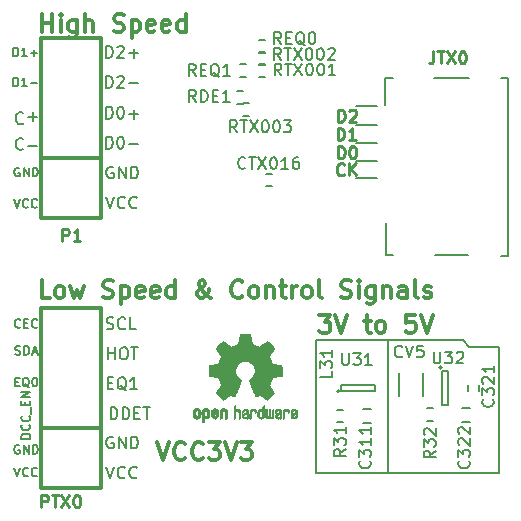
<source format=gto>
G04 #@! TF.FileFunction,Legend,Top*
%FSLAX46Y46*%
G04 Gerber Fmt 4.6, Leading zero omitted, Abs format (unit mm)*
G04 Created by KiCad (PCBNEW 4.0.6-e0-6349~53~ubuntu14.04.1) date Sat Jul 15 18:22:04 2017*
%MOMM*%
%LPD*%
G01*
G04 APERTURE LIST*
%ADD10C,0.350000*%
%ADD11C,0.150000*%
%ADD12C,0.300000*%
%ADD13C,0.254000*%
%ADD14C,0.200000*%
%ADD15C,0.304800*%
%ADD16C,0.010000*%
G04 APERTURE END LIST*
D10*
D11*
X81414977Y-79081357D02*
X81367358Y-79033738D01*
X81224501Y-78986119D01*
X81129263Y-78986119D01*
X80986405Y-79033738D01*
X80891167Y-79128976D01*
X80843548Y-79224214D01*
X80795929Y-79414690D01*
X80795929Y-79557548D01*
X80843548Y-79748024D01*
X80891167Y-79843262D01*
X80986405Y-79938500D01*
X81129263Y-79986119D01*
X81224501Y-79986119D01*
X81367358Y-79938500D01*
X81414977Y-79890881D01*
X81843548Y-79367071D02*
X82605453Y-79367071D01*
X82224501Y-78986119D02*
X82224501Y-79748024D01*
D12*
X92766072Y-106938071D02*
X93266072Y-108438071D01*
X93766072Y-106938071D01*
X95123215Y-108295214D02*
X95051786Y-108366643D01*
X94837500Y-108438071D01*
X94694643Y-108438071D01*
X94480358Y-108366643D01*
X94337500Y-108223786D01*
X94266072Y-108080929D01*
X94194643Y-107795214D01*
X94194643Y-107580929D01*
X94266072Y-107295214D01*
X94337500Y-107152357D01*
X94480358Y-107009500D01*
X94694643Y-106938071D01*
X94837500Y-106938071D01*
X95051786Y-107009500D01*
X95123215Y-107080929D01*
X96623215Y-108295214D02*
X96551786Y-108366643D01*
X96337500Y-108438071D01*
X96194643Y-108438071D01*
X95980358Y-108366643D01*
X95837500Y-108223786D01*
X95766072Y-108080929D01*
X95694643Y-107795214D01*
X95694643Y-107580929D01*
X95766072Y-107295214D01*
X95837500Y-107152357D01*
X95980358Y-107009500D01*
X96194643Y-106938071D01*
X96337500Y-106938071D01*
X96551786Y-107009500D01*
X96623215Y-107080929D01*
X97123215Y-106938071D02*
X98051786Y-106938071D01*
X97551786Y-107509500D01*
X97766072Y-107509500D01*
X97908929Y-107580929D01*
X97980358Y-107652357D01*
X98051786Y-107795214D01*
X98051786Y-108152357D01*
X97980358Y-108295214D01*
X97908929Y-108366643D01*
X97766072Y-108438071D01*
X97337500Y-108438071D01*
X97194643Y-108366643D01*
X97123215Y-108295214D01*
X98480357Y-106938071D02*
X98980357Y-108438071D01*
X99480357Y-106938071D01*
X99837500Y-106938071D02*
X100766071Y-106938071D01*
X100266071Y-107509500D01*
X100480357Y-107509500D01*
X100623214Y-107580929D01*
X100694643Y-107652357D01*
X100766071Y-107795214D01*
X100766071Y-108152357D01*
X100694643Y-108295214D01*
X100623214Y-108366643D01*
X100480357Y-108438071D01*
X100051785Y-108438071D01*
X99908928Y-108366643D01*
X99837500Y-108295214D01*
D13*
X108594676Y-84233657D02*
X108546295Y-84282038D01*
X108401152Y-84330419D01*
X108304390Y-84330419D01*
X108159248Y-84282038D01*
X108062486Y-84185276D01*
X108014105Y-84088514D01*
X107965724Y-83894990D01*
X107965724Y-83749848D01*
X108014105Y-83556324D01*
X108062486Y-83459562D01*
X108159248Y-83362800D01*
X108304390Y-83314419D01*
X108401152Y-83314419D01*
X108546295Y-83362800D01*
X108594676Y-83411181D01*
X109030105Y-84330419D02*
X109030105Y-83314419D01*
X109610676Y-84330419D02*
X109175248Y-83749848D01*
X109610676Y-83314419D02*
X109030105Y-83894990D01*
X108063696Y-82882619D02*
X108063696Y-81866619D01*
X108305601Y-81866619D01*
X108450743Y-81915000D01*
X108547505Y-82011762D01*
X108595886Y-82108524D01*
X108644267Y-82302048D01*
X108644267Y-82447190D01*
X108595886Y-82640714D01*
X108547505Y-82737476D01*
X108450743Y-82834238D01*
X108305601Y-82882619D01*
X108063696Y-82882619D01*
X109273220Y-81866619D02*
X109369981Y-81866619D01*
X109466743Y-81915000D01*
X109515124Y-81963381D01*
X109563505Y-82060143D01*
X109611886Y-82253667D01*
X109611886Y-82495571D01*
X109563505Y-82689095D01*
X109515124Y-82785857D01*
X109466743Y-82834238D01*
X109369981Y-82882619D01*
X109273220Y-82882619D01*
X109176458Y-82834238D01*
X109128077Y-82785857D01*
X109079696Y-82689095D01*
X109031315Y-82495571D01*
X109031315Y-82253667D01*
X109079696Y-82060143D01*
X109128077Y-81963381D01*
X109176458Y-81915000D01*
X109273220Y-81866619D01*
X108038296Y-81333219D02*
X108038296Y-80317219D01*
X108280201Y-80317219D01*
X108425343Y-80365600D01*
X108522105Y-80462362D01*
X108570486Y-80559124D01*
X108618867Y-80752648D01*
X108618867Y-80897790D01*
X108570486Y-81091314D01*
X108522105Y-81188076D01*
X108425343Y-81284838D01*
X108280201Y-81333219D01*
X108038296Y-81333219D01*
X109586486Y-81333219D02*
X109005915Y-81333219D01*
X109296201Y-81333219D02*
X109296201Y-80317219D01*
X109199439Y-80462362D01*
X109102677Y-80559124D01*
X109005915Y-80607505D01*
X108063696Y-79783819D02*
X108063696Y-78767819D01*
X108305601Y-78767819D01*
X108450743Y-78816200D01*
X108547505Y-78912962D01*
X108595886Y-79009724D01*
X108644267Y-79203248D01*
X108644267Y-79348390D01*
X108595886Y-79541914D01*
X108547505Y-79638676D01*
X108450743Y-79735438D01*
X108305601Y-79783819D01*
X108063696Y-79783819D01*
X109031315Y-78864581D02*
X109079696Y-78816200D01*
X109176458Y-78767819D01*
X109418362Y-78767819D01*
X109515124Y-78816200D01*
X109563505Y-78864581D01*
X109611886Y-78961343D01*
X109611886Y-79058105D01*
X109563505Y-79203248D01*
X108982934Y-79783819D01*
X109611886Y-79783819D01*
D14*
X111404400Y-78460600D02*
X109575600Y-78460600D01*
X111404400Y-84582000D02*
X109575600Y-84582000D01*
X111404400Y-83083400D02*
X109575600Y-83083400D01*
X109575600Y-81584800D02*
X109575600Y-81584800D01*
X111404400Y-81584800D02*
X109575600Y-81584800D01*
X109575600Y-80060800D02*
X109575600Y-80060800D01*
X111404400Y-80060800D02*
X109575600Y-80060800D01*
D12*
X106502001Y-96130371D02*
X107430572Y-96130371D01*
X106930572Y-96701800D01*
X107144858Y-96701800D01*
X107287715Y-96773229D01*
X107359144Y-96844657D01*
X107430572Y-96987514D01*
X107430572Y-97344657D01*
X107359144Y-97487514D01*
X107287715Y-97558943D01*
X107144858Y-97630371D01*
X106716286Y-97630371D01*
X106573429Y-97558943D01*
X106502001Y-97487514D01*
X107859143Y-96130371D02*
X108359143Y-97630371D01*
X108859143Y-96130371D01*
X110287714Y-96630371D02*
X110859143Y-96630371D01*
X110502000Y-96130371D02*
X110502000Y-97416086D01*
X110573428Y-97558943D01*
X110716286Y-97630371D01*
X110859143Y-97630371D01*
X111573429Y-97630371D02*
X111430571Y-97558943D01*
X111359143Y-97487514D01*
X111287714Y-97344657D01*
X111287714Y-96916086D01*
X111359143Y-96773229D01*
X111430571Y-96701800D01*
X111573429Y-96630371D01*
X111787714Y-96630371D01*
X111930571Y-96701800D01*
X112002000Y-96773229D01*
X112073429Y-96916086D01*
X112073429Y-97344657D01*
X112002000Y-97487514D01*
X111930571Y-97558943D01*
X111787714Y-97630371D01*
X111573429Y-97630371D01*
X114573429Y-96130371D02*
X113859143Y-96130371D01*
X113787714Y-96844657D01*
X113859143Y-96773229D01*
X114002000Y-96701800D01*
X114359143Y-96701800D01*
X114502000Y-96773229D01*
X114573429Y-96844657D01*
X114644857Y-96987514D01*
X114644857Y-97344657D01*
X114573429Y-97487514D01*
X114502000Y-97558943D01*
X114359143Y-97630371D01*
X114002000Y-97630371D01*
X113859143Y-97558943D01*
X113787714Y-97487514D01*
X115073428Y-96130371D02*
X115573428Y-97630371D01*
X116073428Y-96130371D01*
D11*
X88828762Y-104973381D02*
X88828762Y-103973381D01*
X89066857Y-103973381D01*
X89209715Y-104021000D01*
X89304953Y-104116238D01*
X89352572Y-104211476D01*
X89400191Y-104401952D01*
X89400191Y-104544810D01*
X89352572Y-104735286D01*
X89304953Y-104830524D01*
X89209715Y-104925762D01*
X89066857Y-104973381D01*
X88828762Y-104973381D01*
X89828762Y-104973381D02*
X89828762Y-103973381D01*
X90066857Y-103973381D01*
X90209715Y-104021000D01*
X90304953Y-104116238D01*
X90352572Y-104211476D01*
X90400191Y-104401952D01*
X90400191Y-104544810D01*
X90352572Y-104735286D01*
X90304953Y-104830524D01*
X90209715Y-104925762D01*
X90066857Y-104973381D01*
X89828762Y-104973381D01*
X90828762Y-104449571D02*
X91162096Y-104449571D01*
X91304953Y-104973381D02*
X90828762Y-104973381D01*
X90828762Y-103973381D01*
X91304953Y-103973381D01*
X91590667Y-103973381D02*
X92162096Y-103973381D01*
X91876381Y-104973381D02*
X91876381Y-103973381D01*
X88574714Y-101909571D02*
X88908048Y-101909571D01*
X89050905Y-102433381D02*
X88574714Y-102433381D01*
X88574714Y-101433381D01*
X89050905Y-101433381D01*
X90146143Y-102528619D02*
X90050905Y-102481000D01*
X89955667Y-102385762D01*
X89812810Y-102242905D01*
X89717571Y-102195286D01*
X89622333Y-102195286D01*
X89669952Y-102433381D02*
X89574714Y-102385762D01*
X89479476Y-102290524D01*
X89431857Y-102100048D01*
X89431857Y-101766714D01*
X89479476Y-101576238D01*
X89574714Y-101481000D01*
X89669952Y-101433381D01*
X89860429Y-101433381D01*
X89955667Y-101481000D01*
X90050905Y-101576238D01*
X90098524Y-101766714D01*
X90098524Y-102100048D01*
X90050905Y-102290524D01*
X89955667Y-102385762D01*
X89860429Y-102433381D01*
X89669952Y-102433381D01*
X91050905Y-102433381D02*
X90479476Y-102433381D01*
X90765190Y-102433381D02*
X90765190Y-101433381D01*
X90669952Y-101576238D01*
X90574714Y-101671476D01*
X90479476Y-101719095D01*
X88598524Y-99893381D02*
X88598524Y-98893381D01*
X88598524Y-99369571D02*
X89169953Y-99369571D01*
X89169953Y-99893381D02*
X89169953Y-98893381D01*
X89836619Y-98893381D02*
X90027096Y-98893381D01*
X90122334Y-98941000D01*
X90217572Y-99036238D01*
X90265191Y-99226714D01*
X90265191Y-99560048D01*
X90217572Y-99750524D01*
X90122334Y-99845762D01*
X90027096Y-99893381D01*
X89836619Y-99893381D01*
X89741381Y-99845762D01*
X89646143Y-99750524D01*
X89598524Y-99560048D01*
X89598524Y-99226714D01*
X89646143Y-99036238D01*
X89741381Y-98941000D01*
X89836619Y-98893381D01*
X90550905Y-98893381D02*
X91122334Y-98893381D01*
X90836619Y-99893381D02*
X90836619Y-98893381D01*
X82000286Y-106612286D02*
X81250286Y-106612286D01*
X81250286Y-106433714D01*
X81286000Y-106326571D01*
X81357429Y-106255143D01*
X81428857Y-106219428D01*
X81571714Y-106183714D01*
X81678857Y-106183714D01*
X81821714Y-106219428D01*
X81893143Y-106255143D01*
X81964571Y-106326571D01*
X82000286Y-106433714D01*
X82000286Y-106612286D01*
X81928857Y-105433714D02*
X81964571Y-105469428D01*
X82000286Y-105576571D01*
X82000286Y-105648000D01*
X81964571Y-105755143D01*
X81893143Y-105826571D01*
X81821714Y-105862286D01*
X81678857Y-105898000D01*
X81571714Y-105898000D01*
X81428857Y-105862286D01*
X81357429Y-105826571D01*
X81286000Y-105755143D01*
X81250286Y-105648000D01*
X81250286Y-105576571D01*
X81286000Y-105469428D01*
X81321714Y-105433714D01*
X81928857Y-104683714D02*
X81964571Y-104719428D01*
X82000286Y-104826571D01*
X82000286Y-104898000D01*
X81964571Y-105005143D01*
X81893143Y-105076571D01*
X81821714Y-105112286D01*
X81678857Y-105148000D01*
X81571714Y-105148000D01*
X81428857Y-105112286D01*
X81357429Y-105076571D01*
X81286000Y-105005143D01*
X81250286Y-104898000D01*
X81250286Y-104826571D01*
X81286000Y-104719428D01*
X81321714Y-104683714D01*
X82071714Y-104540857D02*
X82071714Y-103969428D01*
X81607429Y-103790857D02*
X81607429Y-103540857D01*
X82000286Y-103433714D02*
X82000286Y-103790857D01*
X81250286Y-103790857D01*
X81250286Y-103433714D01*
X82000286Y-103112286D02*
X81250286Y-103112286D01*
X82000286Y-102683714D01*
X81250286Y-102683714D01*
X80750286Y-101800429D02*
X81000286Y-101800429D01*
X81107429Y-102193286D02*
X80750286Y-102193286D01*
X80750286Y-101443286D01*
X81107429Y-101443286D01*
X81928857Y-102264714D02*
X81857429Y-102229000D01*
X81786000Y-102157571D01*
X81678857Y-102050429D01*
X81607429Y-102014714D01*
X81536000Y-102014714D01*
X81571715Y-102193286D02*
X81500286Y-102157571D01*
X81428857Y-102086143D01*
X81393143Y-101943286D01*
X81393143Y-101693286D01*
X81428857Y-101550429D01*
X81500286Y-101479000D01*
X81571715Y-101443286D01*
X81714572Y-101443286D01*
X81786000Y-101479000D01*
X81857429Y-101550429D01*
X81893143Y-101693286D01*
X81893143Y-101943286D01*
X81857429Y-102086143D01*
X81786000Y-102157571D01*
X81714572Y-102193286D01*
X81571715Y-102193286D01*
X82357429Y-101443286D02*
X82428857Y-101443286D01*
X82500286Y-101479000D01*
X82536000Y-101514714D01*
X82571714Y-101586143D01*
X82607429Y-101729000D01*
X82607429Y-101907571D01*
X82571714Y-102050429D01*
X82536000Y-102121857D01*
X82500286Y-102157571D01*
X82428857Y-102193286D01*
X82357429Y-102193286D01*
X82286000Y-102157571D01*
X82250286Y-102121857D01*
X82214571Y-102050429D01*
X82178857Y-101907571D01*
X82178857Y-101729000D01*
X82214571Y-101586143D01*
X82250286Y-101514714D01*
X82286000Y-101479000D01*
X82357429Y-101443286D01*
X80750286Y-99490571D02*
X80857429Y-99526286D01*
X81036000Y-99526286D01*
X81107429Y-99490571D01*
X81143143Y-99454857D01*
X81178858Y-99383429D01*
X81178858Y-99312000D01*
X81143143Y-99240571D01*
X81107429Y-99204857D01*
X81036000Y-99169143D01*
X80893143Y-99133429D01*
X80821715Y-99097714D01*
X80786000Y-99062000D01*
X80750286Y-98990571D01*
X80750286Y-98919143D01*
X80786000Y-98847714D01*
X80821715Y-98812000D01*
X80893143Y-98776286D01*
X81071715Y-98776286D01*
X81178858Y-98812000D01*
X81500286Y-99526286D02*
X81500286Y-98776286D01*
X81678858Y-98776286D01*
X81786001Y-98812000D01*
X81857429Y-98883429D01*
X81893144Y-98954857D01*
X81928858Y-99097714D01*
X81928858Y-99204857D01*
X81893144Y-99347714D01*
X81857429Y-99419143D01*
X81786001Y-99490571D01*
X81678858Y-99526286D01*
X81500286Y-99526286D01*
X82214572Y-99312000D02*
X82571715Y-99312000D01*
X82143144Y-99526286D02*
X82393144Y-98776286D01*
X82643144Y-99526286D01*
X81178858Y-97168857D02*
X81143144Y-97204571D01*
X81036001Y-97240286D01*
X80964572Y-97240286D01*
X80857429Y-97204571D01*
X80786001Y-97133143D01*
X80750286Y-97061714D01*
X80714572Y-96918857D01*
X80714572Y-96811714D01*
X80750286Y-96668857D01*
X80786001Y-96597429D01*
X80857429Y-96526000D01*
X80964572Y-96490286D01*
X81036001Y-96490286D01*
X81143144Y-96526000D01*
X81178858Y-96561714D01*
X81500286Y-96847429D02*
X81750286Y-96847429D01*
X81857429Y-97240286D02*
X81500286Y-97240286D01*
X81500286Y-96490286D01*
X81857429Y-96490286D01*
X82607429Y-97168857D02*
X82571715Y-97204571D01*
X82464572Y-97240286D01*
X82393143Y-97240286D01*
X82286000Y-97204571D01*
X82214572Y-97133143D01*
X82178857Y-97061714D01*
X82143143Y-96918857D01*
X82143143Y-96811714D01*
X82178857Y-96668857D01*
X82214572Y-96597429D01*
X82286000Y-96526000D01*
X82393143Y-96490286D01*
X82464572Y-96490286D01*
X82571715Y-96526000D01*
X82607429Y-96561714D01*
X81089572Y-107194000D02*
X81018143Y-107158286D01*
X80911000Y-107158286D01*
X80803857Y-107194000D01*
X80732429Y-107265429D01*
X80696714Y-107336857D01*
X80661000Y-107479714D01*
X80661000Y-107586857D01*
X80696714Y-107729714D01*
X80732429Y-107801143D01*
X80803857Y-107872571D01*
X80911000Y-107908286D01*
X80982429Y-107908286D01*
X81089572Y-107872571D01*
X81125286Y-107836857D01*
X81125286Y-107586857D01*
X80982429Y-107586857D01*
X81446714Y-107908286D02*
X81446714Y-107158286D01*
X81875286Y-107908286D01*
X81875286Y-107158286D01*
X82232428Y-107908286D02*
X82232428Y-107158286D01*
X82411000Y-107158286D01*
X82518143Y-107194000D01*
X82589571Y-107265429D01*
X82625286Y-107336857D01*
X82661000Y-107479714D01*
X82661000Y-107586857D01*
X82625286Y-107729714D01*
X82589571Y-107801143D01*
X82518143Y-107872571D01*
X82411000Y-107908286D01*
X82232428Y-107908286D01*
X80661001Y-109063286D02*
X80911001Y-109813286D01*
X81161001Y-109063286D01*
X81839572Y-109741857D02*
X81803858Y-109777571D01*
X81696715Y-109813286D01*
X81625286Y-109813286D01*
X81518143Y-109777571D01*
X81446715Y-109706143D01*
X81411000Y-109634714D01*
X81375286Y-109491857D01*
X81375286Y-109384714D01*
X81411000Y-109241857D01*
X81446715Y-109170429D01*
X81518143Y-109099000D01*
X81625286Y-109063286D01*
X81696715Y-109063286D01*
X81803858Y-109099000D01*
X81839572Y-109134714D01*
X82589572Y-109741857D02*
X82553858Y-109777571D01*
X82446715Y-109813286D01*
X82375286Y-109813286D01*
X82268143Y-109777571D01*
X82196715Y-109706143D01*
X82161000Y-109634714D01*
X82125286Y-109491857D01*
X82125286Y-109384714D01*
X82161000Y-109241857D01*
X82196715Y-109170429D01*
X82268143Y-109099000D01*
X82375286Y-109063286D01*
X82446715Y-109063286D01*
X82553858Y-109099000D01*
X82589572Y-109134714D01*
X80661001Y-86330286D02*
X80911001Y-87080286D01*
X81161001Y-86330286D01*
X81839572Y-87008857D02*
X81803858Y-87044571D01*
X81696715Y-87080286D01*
X81625286Y-87080286D01*
X81518143Y-87044571D01*
X81446715Y-86973143D01*
X81411000Y-86901714D01*
X81375286Y-86758857D01*
X81375286Y-86651714D01*
X81411000Y-86508857D01*
X81446715Y-86437429D01*
X81518143Y-86366000D01*
X81625286Y-86330286D01*
X81696715Y-86330286D01*
X81803858Y-86366000D01*
X81839572Y-86401714D01*
X82589572Y-87008857D02*
X82553858Y-87044571D01*
X82446715Y-87080286D01*
X82375286Y-87080286D01*
X82268143Y-87044571D01*
X82196715Y-86973143D01*
X82161000Y-86901714D01*
X82125286Y-86758857D01*
X82125286Y-86651714D01*
X82161000Y-86508857D01*
X82196715Y-86437429D01*
X82268143Y-86366000D01*
X82375286Y-86330286D01*
X82446715Y-86330286D01*
X82553858Y-86366000D01*
X82589572Y-86401714D01*
X81089572Y-83699000D02*
X81018143Y-83663286D01*
X80911000Y-83663286D01*
X80803857Y-83699000D01*
X80732429Y-83770429D01*
X80696714Y-83841857D01*
X80661000Y-83984714D01*
X80661000Y-84091857D01*
X80696714Y-84234714D01*
X80732429Y-84306143D01*
X80803857Y-84377571D01*
X80911000Y-84413286D01*
X80982429Y-84413286D01*
X81089572Y-84377571D01*
X81125286Y-84341857D01*
X81125286Y-84091857D01*
X80982429Y-84091857D01*
X81446714Y-84413286D02*
X81446714Y-83663286D01*
X81875286Y-84413286D01*
X81875286Y-83663286D01*
X82232428Y-84413286D02*
X82232428Y-83663286D01*
X82411000Y-83663286D01*
X82518143Y-83699000D01*
X82589571Y-83770429D01*
X82625286Y-83841857D01*
X82661000Y-83984714D01*
X82661000Y-84091857D01*
X82625286Y-84234714D01*
X82589571Y-84306143D01*
X82518143Y-84377571D01*
X82411000Y-84413286D01*
X82232428Y-84413286D01*
X81414977Y-82081643D02*
X81367358Y-82129262D01*
X81224501Y-82176881D01*
X81129263Y-82176881D01*
X80986405Y-82129262D01*
X80891167Y-82034024D01*
X80843548Y-81938786D01*
X80795929Y-81748310D01*
X80795929Y-81605452D01*
X80843548Y-81414976D01*
X80891167Y-81319738D01*
X80986405Y-81224500D01*
X81129263Y-81176881D01*
X81224501Y-81176881D01*
X81367358Y-81224500D01*
X81414977Y-81272119D01*
X81843548Y-81795929D02*
X82605453Y-81795929D01*
X80579643Y-76793286D02*
X80579643Y-76043286D01*
X80758215Y-76043286D01*
X80865358Y-76079000D01*
X80936786Y-76150429D01*
X80972501Y-76221857D01*
X81008215Y-76364714D01*
X81008215Y-76471857D01*
X80972501Y-76614714D01*
X80936786Y-76686143D01*
X80865358Y-76757571D01*
X80758215Y-76793286D01*
X80579643Y-76793286D01*
X81722501Y-76793286D02*
X81293929Y-76793286D01*
X81508215Y-76793286D02*
X81508215Y-76043286D01*
X81436786Y-76150429D01*
X81365358Y-76221857D01*
X81293929Y-76257571D01*
X82043929Y-76507571D02*
X82615358Y-76507571D01*
X80579643Y-74253286D02*
X80579643Y-73503286D01*
X80758215Y-73503286D01*
X80865358Y-73539000D01*
X80936786Y-73610429D01*
X80972501Y-73681857D01*
X81008215Y-73824714D01*
X81008215Y-73931857D01*
X80972501Y-74074714D01*
X80936786Y-74146143D01*
X80865358Y-74217571D01*
X80758215Y-74253286D01*
X80579643Y-74253286D01*
X81722501Y-74253286D02*
X81293929Y-74253286D01*
X81508215Y-74253286D02*
X81508215Y-73503286D01*
X81436786Y-73610429D01*
X81365358Y-73681857D01*
X81293929Y-73717571D01*
X82043929Y-73967571D02*
X82615358Y-73967571D01*
X82329644Y-74253286D02*
X82329644Y-73681857D01*
X88431857Y-82049881D02*
X88431857Y-81049881D01*
X88669952Y-81049881D01*
X88812810Y-81097500D01*
X88908048Y-81192738D01*
X88955667Y-81287976D01*
X89003286Y-81478452D01*
X89003286Y-81621310D01*
X88955667Y-81811786D01*
X88908048Y-81907024D01*
X88812810Y-82002262D01*
X88669952Y-82049881D01*
X88431857Y-82049881D01*
X89622333Y-81049881D02*
X89717572Y-81049881D01*
X89812810Y-81097500D01*
X89860429Y-81145119D01*
X89908048Y-81240357D01*
X89955667Y-81430833D01*
X89955667Y-81668929D01*
X89908048Y-81859405D01*
X89860429Y-81954643D01*
X89812810Y-82002262D01*
X89717572Y-82049881D01*
X89622333Y-82049881D01*
X89527095Y-82002262D01*
X89479476Y-81954643D01*
X89431857Y-81859405D01*
X89384238Y-81668929D01*
X89384238Y-81430833D01*
X89431857Y-81240357D01*
X89479476Y-81145119D01*
X89527095Y-81097500D01*
X89622333Y-81049881D01*
X90384238Y-81668929D02*
X91146143Y-81668929D01*
X88431857Y-79509881D02*
X88431857Y-78509881D01*
X88669952Y-78509881D01*
X88812810Y-78557500D01*
X88908048Y-78652738D01*
X88955667Y-78747976D01*
X89003286Y-78938452D01*
X89003286Y-79081310D01*
X88955667Y-79271786D01*
X88908048Y-79367024D01*
X88812810Y-79462262D01*
X88669952Y-79509881D01*
X88431857Y-79509881D01*
X89622333Y-78509881D02*
X89717572Y-78509881D01*
X89812810Y-78557500D01*
X89860429Y-78605119D01*
X89908048Y-78700357D01*
X89955667Y-78890833D01*
X89955667Y-79128929D01*
X89908048Y-79319405D01*
X89860429Y-79414643D01*
X89812810Y-79462262D01*
X89717572Y-79509881D01*
X89622333Y-79509881D01*
X89527095Y-79462262D01*
X89479476Y-79414643D01*
X89431857Y-79319405D01*
X89384238Y-79128929D01*
X89384238Y-78890833D01*
X89431857Y-78700357D01*
X89479476Y-78605119D01*
X89527095Y-78557500D01*
X89622333Y-78509881D01*
X90384238Y-79128929D02*
X91146143Y-79128929D01*
X90765191Y-79509881D02*
X90765191Y-78747976D01*
X88431857Y-76906381D02*
X88431857Y-75906381D01*
X88669952Y-75906381D01*
X88812810Y-75954000D01*
X88908048Y-76049238D01*
X88955667Y-76144476D01*
X89003286Y-76334952D01*
X89003286Y-76477810D01*
X88955667Y-76668286D01*
X88908048Y-76763524D01*
X88812810Y-76858762D01*
X88669952Y-76906381D01*
X88431857Y-76906381D01*
X89384238Y-76001619D02*
X89431857Y-75954000D01*
X89527095Y-75906381D01*
X89765191Y-75906381D01*
X89860429Y-75954000D01*
X89908048Y-76001619D01*
X89955667Y-76096857D01*
X89955667Y-76192095D01*
X89908048Y-76334952D01*
X89336619Y-76906381D01*
X89955667Y-76906381D01*
X90384238Y-76525429D02*
X91146143Y-76525429D01*
D14*
X106222800Y-109550200D02*
X112318800Y-109550200D01*
X106222800Y-98247200D02*
X106222800Y-109550200D01*
X112318800Y-98247200D02*
X106222800Y-98247200D01*
X118668800Y-98247200D02*
X112318800Y-98247200D01*
X119176800Y-98882200D02*
X118668800Y-98247200D01*
X121716800Y-98882200D02*
X119176800Y-98882200D01*
X121716800Y-109550200D02*
X121716800Y-98882200D01*
X112318800Y-109550200D02*
X121716800Y-109550200D01*
X112318800Y-98247200D02*
X112318800Y-109550200D01*
D12*
X83691001Y-94722071D02*
X82976715Y-94722071D01*
X82976715Y-93222071D01*
X84405287Y-94722071D02*
X84262429Y-94650643D01*
X84191001Y-94579214D01*
X84119572Y-94436357D01*
X84119572Y-94007786D01*
X84191001Y-93864929D01*
X84262429Y-93793500D01*
X84405287Y-93722071D01*
X84619572Y-93722071D01*
X84762429Y-93793500D01*
X84833858Y-93864929D01*
X84905287Y-94007786D01*
X84905287Y-94436357D01*
X84833858Y-94579214D01*
X84762429Y-94650643D01*
X84619572Y-94722071D01*
X84405287Y-94722071D01*
X85405287Y-93722071D02*
X85691001Y-94722071D01*
X85976715Y-94007786D01*
X86262430Y-94722071D01*
X86548144Y-93722071D01*
X88191001Y-94650643D02*
X88405287Y-94722071D01*
X88762430Y-94722071D01*
X88905287Y-94650643D01*
X88976716Y-94579214D01*
X89048144Y-94436357D01*
X89048144Y-94293500D01*
X88976716Y-94150643D01*
X88905287Y-94079214D01*
X88762430Y-94007786D01*
X88476716Y-93936357D01*
X88333858Y-93864929D01*
X88262430Y-93793500D01*
X88191001Y-93650643D01*
X88191001Y-93507786D01*
X88262430Y-93364929D01*
X88333858Y-93293500D01*
X88476716Y-93222071D01*
X88833858Y-93222071D01*
X89048144Y-93293500D01*
X89691001Y-93722071D02*
X89691001Y-95222071D01*
X89691001Y-93793500D02*
X89833858Y-93722071D01*
X90119572Y-93722071D01*
X90262429Y-93793500D01*
X90333858Y-93864929D01*
X90405287Y-94007786D01*
X90405287Y-94436357D01*
X90333858Y-94579214D01*
X90262429Y-94650643D01*
X90119572Y-94722071D01*
X89833858Y-94722071D01*
X89691001Y-94650643D01*
X91619572Y-94650643D02*
X91476715Y-94722071D01*
X91191001Y-94722071D01*
X91048144Y-94650643D01*
X90976715Y-94507786D01*
X90976715Y-93936357D01*
X91048144Y-93793500D01*
X91191001Y-93722071D01*
X91476715Y-93722071D01*
X91619572Y-93793500D01*
X91691001Y-93936357D01*
X91691001Y-94079214D01*
X90976715Y-94222071D01*
X92905286Y-94650643D02*
X92762429Y-94722071D01*
X92476715Y-94722071D01*
X92333858Y-94650643D01*
X92262429Y-94507786D01*
X92262429Y-93936357D01*
X92333858Y-93793500D01*
X92476715Y-93722071D01*
X92762429Y-93722071D01*
X92905286Y-93793500D01*
X92976715Y-93936357D01*
X92976715Y-94079214D01*
X92262429Y-94222071D01*
X94262429Y-94722071D02*
X94262429Y-93222071D01*
X94262429Y-94650643D02*
X94119572Y-94722071D01*
X93833858Y-94722071D01*
X93691000Y-94650643D01*
X93619572Y-94579214D01*
X93548143Y-94436357D01*
X93548143Y-94007786D01*
X93619572Y-93864929D01*
X93691000Y-93793500D01*
X93833858Y-93722071D01*
X94119572Y-93722071D01*
X94262429Y-93793500D01*
X97333858Y-94722071D02*
X97262429Y-94722071D01*
X97119572Y-94650643D01*
X96905286Y-94436357D01*
X96548143Y-94007786D01*
X96405286Y-93793500D01*
X96333858Y-93579214D01*
X96333858Y-93436357D01*
X96405286Y-93293500D01*
X96548143Y-93222071D01*
X96619572Y-93222071D01*
X96762429Y-93293500D01*
X96833858Y-93436357D01*
X96833858Y-93507786D01*
X96762429Y-93650643D01*
X96691000Y-93722071D01*
X96262429Y-94007786D01*
X96191000Y-94079214D01*
X96119572Y-94222071D01*
X96119572Y-94436357D01*
X96191000Y-94579214D01*
X96262429Y-94650643D01*
X96405286Y-94722071D01*
X96619572Y-94722071D01*
X96762429Y-94650643D01*
X96833858Y-94579214D01*
X97048143Y-94293500D01*
X97119572Y-94079214D01*
X97119572Y-93936357D01*
X99976715Y-94579214D02*
X99905286Y-94650643D01*
X99691000Y-94722071D01*
X99548143Y-94722071D01*
X99333858Y-94650643D01*
X99191000Y-94507786D01*
X99119572Y-94364929D01*
X99048143Y-94079214D01*
X99048143Y-93864929D01*
X99119572Y-93579214D01*
X99191000Y-93436357D01*
X99333858Y-93293500D01*
X99548143Y-93222071D01*
X99691000Y-93222071D01*
X99905286Y-93293500D01*
X99976715Y-93364929D01*
X100833858Y-94722071D02*
X100691000Y-94650643D01*
X100619572Y-94579214D01*
X100548143Y-94436357D01*
X100548143Y-94007786D01*
X100619572Y-93864929D01*
X100691000Y-93793500D01*
X100833858Y-93722071D01*
X101048143Y-93722071D01*
X101191000Y-93793500D01*
X101262429Y-93864929D01*
X101333858Y-94007786D01*
X101333858Y-94436357D01*
X101262429Y-94579214D01*
X101191000Y-94650643D01*
X101048143Y-94722071D01*
X100833858Y-94722071D01*
X101976715Y-93722071D02*
X101976715Y-94722071D01*
X101976715Y-93864929D02*
X102048143Y-93793500D01*
X102191001Y-93722071D01*
X102405286Y-93722071D01*
X102548143Y-93793500D01*
X102619572Y-93936357D01*
X102619572Y-94722071D01*
X103119572Y-93722071D02*
X103691001Y-93722071D01*
X103333858Y-93222071D02*
X103333858Y-94507786D01*
X103405286Y-94650643D01*
X103548144Y-94722071D01*
X103691001Y-94722071D01*
X104191001Y-94722071D02*
X104191001Y-93722071D01*
X104191001Y-94007786D02*
X104262429Y-93864929D01*
X104333858Y-93793500D01*
X104476715Y-93722071D01*
X104619572Y-93722071D01*
X105333858Y-94722071D02*
X105191000Y-94650643D01*
X105119572Y-94579214D01*
X105048143Y-94436357D01*
X105048143Y-94007786D01*
X105119572Y-93864929D01*
X105191000Y-93793500D01*
X105333858Y-93722071D01*
X105548143Y-93722071D01*
X105691000Y-93793500D01*
X105762429Y-93864929D01*
X105833858Y-94007786D01*
X105833858Y-94436357D01*
X105762429Y-94579214D01*
X105691000Y-94650643D01*
X105548143Y-94722071D01*
X105333858Y-94722071D01*
X106691001Y-94722071D02*
X106548143Y-94650643D01*
X106476715Y-94507786D01*
X106476715Y-93222071D01*
X108333857Y-94650643D02*
X108548143Y-94722071D01*
X108905286Y-94722071D01*
X109048143Y-94650643D01*
X109119572Y-94579214D01*
X109191000Y-94436357D01*
X109191000Y-94293500D01*
X109119572Y-94150643D01*
X109048143Y-94079214D01*
X108905286Y-94007786D01*
X108619572Y-93936357D01*
X108476714Y-93864929D01*
X108405286Y-93793500D01*
X108333857Y-93650643D01*
X108333857Y-93507786D01*
X108405286Y-93364929D01*
X108476714Y-93293500D01*
X108619572Y-93222071D01*
X108976714Y-93222071D01*
X109191000Y-93293500D01*
X109833857Y-94722071D02*
X109833857Y-93722071D01*
X109833857Y-93222071D02*
X109762428Y-93293500D01*
X109833857Y-93364929D01*
X109905285Y-93293500D01*
X109833857Y-93222071D01*
X109833857Y-93364929D01*
X111191000Y-93722071D02*
X111191000Y-94936357D01*
X111119571Y-95079214D01*
X111048143Y-95150643D01*
X110905286Y-95222071D01*
X110691000Y-95222071D01*
X110548143Y-95150643D01*
X111191000Y-94650643D02*
X111048143Y-94722071D01*
X110762429Y-94722071D01*
X110619571Y-94650643D01*
X110548143Y-94579214D01*
X110476714Y-94436357D01*
X110476714Y-94007786D01*
X110548143Y-93864929D01*
X110619571Y-93793500D01*
X110762429Y-93722071D01*
X111048143Y-93722071D01*
X111191000Y-93793500D01*
X111905286Y-93722071D02*
X111905286Y-94722071D01*
X111905286Y-93864929D02*
X111976714Y-93793500D01*
X112119572Y-93722071D01*
X112333857Y-93722071D01*
X112476714Y-93793500D01*
X112548143Y-93936357D01*
X112548143Y-94722071D01*
X113905286Y-94722071D02*
X113905286Y-93936357D01*
X113833857Y-93793500D01*
X113691000Y-93722071D01*
X113405286Y-93722071D01*
X113262429Y-93793500D01*
X113905286Y-94650643D02*
X113762429Y-94722071D01*
X113405286Y-94722071D01*
X113262429Y-94650643D01*
X113191000Y-94507786D01*
X113191000Y-94364929D01*
X113262429Y-94222071D01*
X113405286Y-94150643D01*
X113762429Y-94150643D01*
X113905286Y-94079214D01*
X114833858Y-94722071D02*
X114691000Y-94650643D01*
X114619572Y-94507786D01*
X114619572Y-93222071D01*
X115333857Y-94650643D02*
X115476714Y-94722071D01*
X115762429Y-94722071D01*
X115905286Y-94650643D01*
X115976714Y-94507786D01*
X115976714Y-94436357D01*
X115905286Y-94293500D01*
X115762429Y-94222071D01*
X115548143Y-94222071D01*
X115405286Y-94150643D01*
X115333857Y-94007786D01*
X115333857Y-93936357D01*
X115405286Y-93793500D01*
X115548143Y-93722071D01*
X115762429Y-93722071D01*
X115905286Y-93793500D01*
X83019072Y-72179571D02*
X83019072Y-70679571D01*
X83019072Y-71393857D02*
X83876215Y-71393857D01*
X83876215Y-72179571D02*
X83876215Y-70679571D01*
X84590501Y-72179571D02*
X84590501Y-71179571D01*
X84590501Y-70679571D02*
X84519072Y-70751000D01*
X84590501Y-70822429D01*
X84661929Y-70751000D01*
X84590501Y-70679571D01*
X84590501Y-70822429D01*
X85947644Y-71179571D02*
X85947644Y-72393857D01*
X85876215Y-72536714D01*
X85804787Y-72608143D01*
X85661930Y-72679571D01*
X85447644Y-72679571D01*
X85304787Y-72608143D01*
X85947644Y-72108143D02*
X85804787Y-72179571D01*
X85519073Y-72179571D01*
X85376215Y-72108143D01*
X85304787Y-72036714D01*
X85233358Y-71893857D01*
X85233358Y-71465286D01*
X85304787Y-71322429D01*
X85376215Y-71251000D01*
X85519073Y-71179571D01*
X85804787Y-71179571D01*
X85947644Y-71251000D01*
X86661930Y-72179571D02*
X86661930Y-70679571D01*
X87304787Y-72179571D02*
X87304787Y-71393857D01*
X87233358Y-71251000D01*
X87090501Y-71179571D01*
X86876216Y-71179571D01*
X86733358Y-71251000D01*
X86661930Y-71322429D01*
X89090501Y-72108143D02*
X89304787Y-72179571D01*
X89661930Y-72179571D01*
X89804787Y-72108143D01*
X89876216Y-72036714D01*
X89947644Y-71893857D01*
X89947644Y-71751000D01*
X89876216Y-71608143D01*
X89804787Y-71536714D01*
X89661930Y-71465286D01*
X89376216Y-71393857D01*
X89233358Y-71322429D01*
X89161930Y-71251000D01*
X89090501Y-71108143D01*
X89090501Y-70965286D01*
X89161930Y-70822429D01*
X89233358Y-70751000D01*
X89376216Y-70679571D01*
X89733358Y-70679571D01*
X89947644Y-70751000D01*
X90590501Y-71179571D02*
X90590501Y-72679571D01*
X90590501Y-71251000D02*
X90733358Y-71179571D01*
X91019072Y-71179571D01*
X91161929Y-71251000D01*
X91233358Y-71322429D01*
X91304787Y-71465286D01*
X91304787Y-71893857D01*
X91233358Y-72036714D01*
X91161929Y-72108143D01*
X91019072Y-72179571D01*
X90733358Y-72179571D01*
X90590501Y-72108143D01*
X92519072Y-72108143D02*
X92376215Y-72179571D01*
X92090501Y-72179571D01*
X91947644Y-72108143D01*
X91876215Y-71965286D01*
X91876215Y-71393857D01*
X91947644Y-71251000D01*
X92090501Y-71179571D01*
X92376215Y-71179571D01*
X92519072Y-71251000D01*
X92590501Y-71393857D01*
X92590501Y-71536714D01*
X91876215Y-71679571D01*
X93804786Y-72108143D02*
X93661929Y-72179571D01*
X93376215Y-72179571D01*
X93233358Y-72108143D01*
X93161929Y-71965286D01*
X93161929Y-71393857D01*
X93233358Y-71251000D01*
X93376215Y-71179571D01*
X93661929Y-71179571D01*
X93804786Y-71251000D01*
X93876215Y-71393857D01*
X93876215Y-71536714D01*
X93161929Y-71679571D01*
X95161929Y-72179571D02*
X95161929Y-70679571D01*
X95161929Y-72108143D02*
X95019072Y-72179571D01*
X94733358Y-72179571D01*
X94590500Y-72108143D01*
X94519072Y-72036714D01*
X94447643Y-71893857D01*
X94447643Y-71465286D01*
X94519072Y-71322429D01*
X94590500Y-71251000D01*
X94733358Y-71179571D01*
X95019072Y-71179571D01*
X95161929Y-71251000D01*
D11*
X110890800Y-105309600D02*
X110190800Y-105309600D01*
X110190800Y-104109600D02*
X110890800Y-104109600D01*
X120032800Y-102546600D02*
X120032800Y-102046600D01*
X119082800Y-102046600D02*
X119082800Y-102546600D01*
X118572800Y-103982600D02*
X119272800Y-103982600D01*
X119272800Y-105182600D02*
X118572800Y-105182600D01*
X115248800Y-103042600D02*
X115248800Y-101042600D01*
X113198800Y-101042600D02*
X113198800Y-103042600D01*
X112686000Y-76080000D02*
X112064000Y-76080000D01*
X112064000Y-76080000D02*
X112064000Y-78330000D01*
X112686000Y-91080000D02*
X112094000Y-91080000D01*
X112094000Y-91080000D02*
X112094000Y-88340000D01*
X119105520Y-91080000D02*
X116255520Y-91080000D01*
X119186000Y-76080000D02*
X116236000Y-76080000D01*
X122436000Y-83330000D02*
X122436000Y-91180000D01*
X122436000Y-91180000D02*
X121886000Y-91180000D01*
X122436000Y-83330000D02*
X122436000Y-76080000D01*
X122436000Y-76080000D02*
X121886000Y-76080000D01*
X108004800Y-105234600D02*
X108504800Y-105234600D01*
X108504800Y-104184600D02*
X108004800Y-104184600D01*
X116124800Y-104057600D02*
X115624800Y-104057600D01*
X115624800Y-105107600D02*
X116124800Y-105107600D01*
X100003000Y-77199000D02*
X99503000Y-77199000D01*
X99503000Y-78249000D02*
X100003000Y-78249000D01*
X101908000Y-72881000D02*
X101408000Y-72881000D01*
X101408000Y-73931000D02*
X101908000Y-73931000D01*
X99768000Y-75963000D02*
X100268000Y-75963000D01*
X100268000Y-74913000D02*
X99768000Y-74913000D01*
X108178800Y-102596600D02*
G75*
G03X108178800Y-102596600I-100000J0D01*
G01*
X108328800Y-102046600D02*
X108328800Y-102546600D01*
X111228800Y-102046600D02*
X108328800Y-102046600D01*
X111228800Y-102546600D02*
X111228800Y-102046600D01*
X108328800Y-102546600D02*
X111228800Y-102546600D01*
X116844800Y-100596600D02*
G75*
G03X116844800Y-100596600I-100000J0D01*
G01*
X117394800Y-100846600D02*
X116894800Y-100846600D01*
X117394800Y-103746600D02*
X117394800Y-100846600D01*
X116894800Y-103746600D02*
X117394800Y-103746600D01*
X116894800Y-100846600D02*
X116894800Y-103746600D01*
X102476200Y-84234000D02*
X101976200Y-84234000D01*
X101976200Y-85184000D02*
X102476200Y-85184000D01*
X101908000Y-74913000D02*
X101408000Y-74913000D01*
X101408000Y-75963000D02*
X101908000Y-75963000D01*
X101908000Y-73897000D02*
X101408000Y-73897000D01*
X101408000Y-74947000D02*
X101908000Y-74947000D01*
X100011000Y-79265000D02*
X100511000Y-79265000D01*
X100511000Y-78215000D02*
X100011000Y-78215000D01*
D15*
X88020000Y-82862000D02*
X82940000Y-82862000D01*
X82940000Y-72702000D02*
X82940000Y-87942000D01*
X82940000Y-87942000D02*
X88020000Y-87942000D01*
X88020000Y-87942000D02*
X88020000Y-72702000D01*
X88020000Y-72702000D02*
X82940000Y-72702000D01*
X88020000Y-105722000D02*
X82940000Y-105722000D01*
X82940000Y-95562000D02*
X82940000Y-110802000D01*
X82940000Y-110802000D02*
X88020000Y-110802000D01*
X88020000Y-110802000D02*
X88020000Y-95562000D01*
X88020000Y-95562000D02*
X82940000Y-95562000D01*
D16*
G36*
X96971886Y-104057505D02*
X97046539Y-104094727D01*
X97112431Y-104163261D01*
X97130577Y-104188648D01*
X97150345Y-104221866D01*
X97163172Y-104257945D01*
X97170510Y-104306098D01*
X97173813Y-104375536D01*
X97174538Y-104467206D01*
X97171263Y-104592830D01*
X97159877Y-104687154D01*
X97138041Y-104757523D01*
X97103419Y-104811286D01*
X97053670Y-104855788D01*
X97050014Y-104858423D01*
X97000985Y-104885377D01*
X96941945Y-104898712D01*
X96866859Y-104902000D01*
X96744795Y-104902000D01*
X96744744Y-105020497D01*
X96743608Y-105086492D01*
X96736686Y-105125202D01*
X96718598Y-105148419D01*
X96683962Y-105167933D01*
X96675645Y-105171920D01*
X96636720Y-105190603D01*
X96606583Y-105202403D01*
X96584174Y-105203422D01*
X96568433Y-105189761D01*
X96558302Y-105157522D01*
X96552723Y-105102804D01*
X96550635Y-105021711D01*
X96550981Y-104910344D01*
X96552700Y-104764802D01*
X96553237Y-104721269D01*
X96555172Y-104571205D01*
X96556904Y-104473042D01*
X96744692Y-104473042D01*
X96745748Y-104556364D01*
X96750438Y-104610880D01*
X96761051Y-104646837D01*
X96779872Y-104674482D01*
X96792650Y-104687965D01*
X96844890Y-104727417D01*
X96891142Y-104730628D01*
X96938867Y-104698049D01*
X96940077Y-104696846D01*
X96959494Y-104671668D01*
X96971307Y-104637447D01*
X96977265Y-104584748D01*
X96979120Y-104504131D01*
X96979154Y-104486271D01*
X96974670Y-104375175D01*
X96960074Y-104298161D01*
X96933650Y-104251147D01*
X96893683Y-104230050D01*
X96870584Y-104227923D01*
X96815762Y-104237900D01*
X96778158Y-104270752D01*
X96755523Y-104330857D01*
X96745606Y-104422598D01*
X96744692Y-104473042D01*
X96556904Y-104473042D01*
X96557222Y-104455060D01*
X96559873Y-104367679D01*
X96563606Y-104303905D01*
X96568907Y-104258582D01*
X96576258Y-104226555D01*
X96586143Y-104202668D01*
X96599046Y-104181764D01*
X96604579Y-104173898D01*
X96677969Y-104099595D01*
X96770760Y-104057467D01*
X96878096Y-104045722D01*
X96971886Y-104057505D01*
X96971886Y-104057505D01*
G37*
X96971886Y-104057505D02*
X97046539Y-104094727D01*
X97112431Y-104163261D01*
X97130577Y-104188648D01*
X97150345Y-104221866D01*
X97163172Y-104257945D01*
X97170510Y-104306098D01*
X97173813Y-104375536D01*
X97174538Y-104467206D01*
X97171263Y-104592830D01*
X97159877Y-104687154D01*
X97138041Y-104757523D01*
X97103419Y-104811286D01*
X97053670Y-104855788D01*
X97050014Y-104858423D01*
X97000985Y-104885377D01*
X96941945Y-104898712D01*
X96866859Y-104902000D01*
X96744795Y-104902000D01*
X96744744Y-105020497D01*
X96743608Y-105086492D01*
X96736686Y-105125202D01*
X96718598Y-105148419D01*
X96683962Y-105167933D01*
X96675645Y-105171920D01*
X96636720Y-105190603D01*
X96606583Y-105202403D01*
X96584174Y-105203422D01*
X96568433Y-105189761D01*
X96558302Y-105157522D01*
X96552723Y-105102804D01*
X96550635Y-105021711D01*
X96550981Y-104910344D01*
X96552700Y-104764802D01*
X96553237Y-104721269D01*
X96555172Y-104571205D01*
X96556904Y-104473042D01*
X96744692Y-104473042D01*
X96745748Y-104556364D01*
X96750438Y-104610880D01*
X96761051Y-104646837D01*
X96779872Y-104674482D01*
X96792650Y-104687965D01*
X96844890Y-104727417D01*
X96891142Y-104730628D01*
X96938867Y-104698049D01*
X96940077Y-104696846D01*
X96959494Y-104671668D01*
X96971307Y-104637447D01*
X96977265Y-104584748D01*
X96979120Y-104504131D01*
X96979154Y-104486271D01*
X96974670Y-104375175D01*
X96960074Y-104298161D01*
X96933650Y-104251147D01*
X96893683Y-104230050D01*
X96870584Y-104227923D01*
X96815762Y-104237900D01*
X96778158Y-104270752D01*
X96755523Y-104330857D01*
X96745606Y-104422598D01*
X96744692Y-104473042D01*
X96556904Y-104473042D01*
X96557222Y-104455060D01*
X96559873Y-104367679D01*
X96563606Y-104303905D01*
X96568907Y-104258582D01*
X96576258Y-104226555D01*
X96586143Y-104202668D01*
X96599046Y-104181764D01*
X96604579Y-104173898D01*
X96677969Y-104099595D01*
X96770760Y-104057467D01*
X96878096Y-104045722D01*
X96971886Y-104057505D01*
G36*
X98474664Y-104068089D02*
X98537367Y-104104358D01*
X98580961Y-104140358D01*
X98612845Y-104178075D01*
X98634810Y-104224199D01*
X98648649Y-104285421D01*
X98656153Y-104368431D01*
X98659117Y-104479919D01*
X98659461Y-104560062D01*
X98659461Y-104855065D01*
X98493385Y-104929515D01*
X98483615Y-104606402D01*
X98479579Y-104485729D01*
X98475344Y-104398141D01*
X98470097Y-104337650D01*
X98463025Y-104298268D01*
X98453311Y-104274007D01*
X98440144Y-104258880D01*
X98435919Y-104255606D01*
X98371909Y-104230034D01*
X98307208Y-104240153D01*
X98268692Y-104267000D01*
X98253025Y-104286024D01*
X98242180Y-104310988D01*
X98235288Y-104348834D01*
X98231479Y-104406502D01*
X98229883Y-104490935D01*
X98229615Y-104578928D01*
X98229563Y-104689323D01*
X98227672Y-104767463D01*
X98221345Y-104820165D01*
X98207983Y-104854242D01*
X98184985Y-104876511D01*
X98149754Y-104893787D01*
X98102697Y-104911738D01*
X98051303Y-104931278D01*
X98057421Y-104584485D01*
X98059884Y-104459468D01*
X98062767Y-104367082D01*
X98066898Y-104300881D01*
X98073107Y-104254420D01*
X98082226Y-104221256D01*
X98095083Y-104194944D01*
X98110584Y-104171729D01*
X98185371Y-104097569D01*
X98276628Y-104054684D01*
X98375883Y-104044412D01*
X98474664Y-104068089D01*
X98474664Y-104068089D01*
G37*
X98474664Y-104068089D02*
X98537367Y-104104358D01*
X98580961Y-104140358D01*
X98612845Y-104178075D01*
X98634810Y-104224199D01*
X98648649Y-104285421D01*
X98656153Y-104368431D01*
X98659117Y-104479919D01*
X98659461Y-104560062D01*
X98659461Y-104855065D01*
X98493385Y-104929515D01*
X98483615Y-104606402D01*
X98479579Y-104485729D01*
X98475344Y-104398141D01*
X98470097Y-104337650D01*
X98463025Y-104298268D01*
X98453311Y-104274007D01*
X98440144Y-104258880D01*
X98435919Y-104255606D01*
X98371909Y-104230034D01*
X98307208Y-104240153D01*
X98268692Y-104267000D01*
X98253025Y-104286024D01*
X98242180Y-104310988D01*
X98235288Y-104348834D01*
X98231479Y-104406502D01*
X98229883Y-104490935D01*
X98229615Y-104578928D01*
X98229563Y-104689323D01*
X98227672Y-104767463D01*
X98221345Y-104820165D01*
X98207983Y-104854242D01*
X98184985Y-104876511D01*
X98149754Y-104893787D01*
X98102697Y-104911738D01*
X98051303Y-104931278D01*
X98057421Y-104584485D01*
X98059884Y-104459468D01*
X98062767Y-104367082D01*
X98066898Y-104300881D01*
X98073107Y-104254420D01*
X98082226Y-104221256D01*
X98095083Y-104194944D01*
X98110584Y-104171729D01*
X98185371Y-104097569D01*
X98276628Y-104054684D01*
X98375883Y-104044412D01*
X98474664Y-104068089D01*
G36*
X96219886Y-104060256D02*
X96311464Y-104108409D01*
X96379049Y-104185905D01*
X96403057Y-104235727D01*
X96421738Y-104310533D01*
X96431301Y-104405052D01*
X96432208Y-104508210D01*
X96424921Y-104608935D01*
X96409903Y-104696153D01*
X96387615Y-104758791D01*
X96380765Y-104769579D01*
X96299632Y-104850105D01*
X96203266Y-104898336D01*
X96098701Y-104912450D01*
X95992968Y-104890629D01*
X95963543Y-104877547D01*
X95906241Y-104837231D01*
X95855950Y-104783775D01*
X95851197Y-104776995D01*
X95831878Y-104744321D01*
X95819108Y-104709394D01*
X95811564Y-104663414D01*
X95807924Y-104597584D01*
X95806865Y-104503105D01*
X95806846Y-104481923D01*
X95806894Y-104475182D01*
X96002231Y-104475182D01*
X96003368Y-104564349D01*
X96007841Y-104623520D01*
X96017246Y-104661741D01*
X96033176Y-104688053D01*
X96041308Y-104696846D01*
X96088058Y-104730261D01*
X96133447Y-104728737D01*
X96179340Y-104699752D01*
X96206712Y-104668809D01*
X96222923Y-104623643D01*
X96232026Y-104552420D01*
X96232651Y-104544114D01*
X96234204Y-104415037D01*
X96217965Y-104319172D01*
X96184152Y-104257107D01*
X96132984Y-104229432D01*
X96114720Y-104227923D01*
X96066760Y-104235513D01*
X96033953Y-104261808D01*
X96013895Y-104312095D01*
X96004178Y-104391664D01*
X96002231Y-104475182D01*
X95806894Y-104475182D01*
X95807574Y-104381249D01*
X95810629Y-104310906D01*
X95817322Y-104262163D01*
X95828960Y-104226288D01*
X95846853Y-104194548D01*
X95850808Y-104188648D01*
X95917267Y-104109104D01*
X95989685Y-104062929D01*
X96077849Y-104044599D01*
X96107787Y-104043703D01*
X96219886Y-104060256D01*
X96219886Y-104060256D01*
G37*
X96219886Y-104060256D02*
X96311464Y-104108409D01*
X96379049Y-104185905D01*
X96403057Y-104235727D01*
X96421738Y-104310533D01*
X96431301Y-104405052D01*
X96432208Y-104508210D01*
X96424921Y-104608935D01*
X96409903Y-104696153D01*
X96387615Y-104758791D01*
X96380765Y-104769579D01*
X96299632Y-104850105D01*
X96203266Y-104898336D01*
X96098701Y-104912450D01*
X95992968Y-104890629D01*
X95963543Y-104877547D01*
X95906241Y-104837231D01*
X95855950Y-104783775D01*
X95851197Y-104776995D01*
X95831878Y-104744321D01*
X95819108Y-104709394D01*
X95811564Y-104663414D01*
X95807924Y-104597584D01*
X95806865Y-104503105D01*
X95806846Y-104481923D01*
X95806894Y-104475182D01*
X96002231Y-104475182D01*
X96003368Y-104564349D01*
X96007841Y-104623520D01*
X96017246Y-104661741D01*
X96033176Y-104688053D01*
X96041308Y-104696846D01*
X96088058Y-104730261D01*
X96133447Y-104728737D01*
X96179340Y-104699752D01*
X96206712Y-104668809D01*
X96222923Y-104623643D01*
X96232026Y-104552420D01*
X96232651Y-104544114D01*
X96234204Y-104415037D01*
X96217965Y-104319172D01*
X96184152Y-104257107D01*
X96132984Y-104229432D01*
X96114720Y-104227923D01*
X96066760Y-104235513D01*
X96033953Y-104261808D01*
X96013895Y-104312095D01*
X96004178Y-104391664D01*
X96002231Y-104475182D01*
X95806894Y-104475182D01*
X95807574Y-104381249D01*
X95810629Y-104310906D01*
X95817322Y-104262163D01*
X95828960Y-104226288D01*
X95846853Y-104194548D01*
X95850808Y-104188648D01*
X95917267Y-104109104D01*
X95989685Y-104062929D01*
X96077849Y-104044599D01*
X96107787Y-104043703D01*
X96219886Y-104060256D01*
G36*
X97737254Y-104072745D02*
X97814286Y-104124567D01*
X97873816Y-104199412D01*
X97909378Y-104294654D01*
X97916571Y-104364756D01*
X97915754Y-104394009D01*
X97908914Y-104416407D01*
X97890112Y-104436474D01*
X97853408Y-104458733D01*
X97792862Y-104487709D01*
X97702534Y-104527927D01*
X97702077Y-104528129D01*
X97618933Y-104566210D01*
X97550753Y-104600025D01*
X97504505Y-104625933D01*
X97487158Y-104640295D01*
X97487154Y-104640411D01*
X97502443Y-104671685D01*
X97538196Y-104706157D01*
X97579242Y-104730990D01*
X97600037Y-104735923D01*
X97656770Y-104718862D01*
X97705627Y-104676133D01*
X97729465Y-104629155D01*
X97752397Y-104594522D01*
X97797318Y-104555081D01*
X97850123Y-104521009D01*
X97896710Y-104502480D01*
X97906452Y-104501462D01*
X97917418Y-104518215D01*
X97918079Y-104561039D01*
X97910020Y-104618781D01*
X97894827Y-104680289D01*
X97874086Y-104734409D01*
X97873038Y-104736510D01*
X97810621Y-104823660D01*
X97729726Y-104882939D01*
X97637856Y-104912034D01*
X97542513Y-104908634D01*
X97451198Y-104870428D01*
X97447138Y-104867741D01*
X97375306Y-104802642D01*
X97328073Y-104717705D01*
X97301934Y-104606021D01*
X97298426Y-104574643D01*
X97292213Y-104426536D01*
X97299661Y-104357468D01*
X97487154Y-104357468D01*
X97489590Y-104400552D01*
X97502914Y-104413126D01*
X97536132Y-104403719D01*
X97588494Y-104381483D01*
X97647024Y-104353610D01*
X97648479Y-104352872D01*
X97698089Y-104326777D01*
X97718000Y-104309363D01*
X97713090Y-104291107D01*
X97692416Y-104267120D01*
X97639819Y-104232406D01*
X97583177Y-104229856D01*
X97532369Y-104255119D01*
X97497276Y-104303847D01*
X97487154Y-104357468D01*
X97299661Y-104357468D01*
X97304992Y-104308036D01*
X97337778Y-104214055D01*
X97383421Y-104148215D01*
X97465802Y-104081681D01*
X97556546Y-104048676D01*
X97649185Y-104046573D01*
X97737254Y-104072745D01*
X97737254Y-104072745D01*
G37*
X97737254Y-104072745D02*
X97814286Y-104124567D01*
X97873816Y-104199412D01*
X97909378Y-104294654D01*
X97916571Y-104364756D01*
X97915754Y-104394009D01*
X97908914Y-104416407D01*
X97890112Y-104436474D01*
X97853408Y-104458733D01*
X97792862Y-104487709D01*
X97702534Y-104527927D01*
X97702077Y-104528129D01*
X97618933Y-104566210D01*
X97550753Y-104600025D01*
X97504505Y-104625933D01*
X97487158Y-104640295D01*
X97487154Y-104640411D01*
X97502443Y-104671685D01*
X97538196Y-104706157D01*
X97579242Y-104730990D01*
X97600037Y-104735923D01*
X97656770Y-104718862D01*
X97705627Y-104676133D01*
X97729465Y-104629155D01*
X97752397Y-104594522D01*
X97797318Y-104555081D01*
X97850123Y-104521009D01*
X97896710Y-104502480D01*
X97906452Y-104501462D01*
X97917418Y-104518215D01*
X97918079Y-104561039D01*
X97910020Y-104618781D01*
X97894827Y-104680289D01*
X97874086Y-104734409D01*
X97873038Y-104736510D01*
X97810621Y-104823660D01*
X97729726Y-104882939D01*
X97637856Y-104912034D01*
X97542513Y-104908634D01*
X97451198Y-104870428D01*
X97447138Y-104867741D01*
X97375306Y-104802642D01*
X97328073Y-104717705D01*
X97301934Y-104606021D01*
X97298426Y-104574643D01*
X97292213Y-104426536D01*
X97299661Y-104357468D01*
X97487154Y-104357468D01*
X97489590Y-104400552D01*
X97502914Y-104413126D01*
X97536132Y-104403719D01*
X97588494Y-104381483D01*
X97647024Y-104353610D01*
X97648479Y-104352872D01*
X97698089Y-104326777D01*
X97718000Y-104309363D01*
X97713090Y-104291107D01*
X97692416Y-104267120D01*
X97639819Y-104232406D01*
X97583177Y-104229856D01*
X97532369Y-104255119D01*
X97497276Y-104303847D01*
X97487154Y-104357468D01*
X97299661Y-104357468D01*
X97304992Y-104308036D01*
X97337778Y-104214055D01*
X97383421Y-104148215D01*
X97465802Y-104081681D01*
X97556546Y-104048676D01*
X97649185Y-104046573D01*
X97737254Y-104072745D01*
G36*
X99362846Y-103965120D02*
X99368572Y-104044980D01*
X99375149Y-104092039D01*
X99384262Y-104112566D01*
X99397598Y-104112829D01*
X99401923Y-104110378D01*
X99459444Y-104092636D01*
X99534268Y-104093672D01*
X99610339Y-104111910D01*
X99657918Y-104135505D01*
X99706702Y-104173198D01*
X99742364Y-104215855D01*
X99766845Y-104270057D01*
X99782087Y-104342384D01*
X99790030Y-104439419D01*
X99792616Y-104567742D01*
X99792662Y-104592358D01*
X99792692Y-104868870D01*
X99731161Y-104890320D01*
X99687459Y-104904912D01*
X99663482Y-104911706D01*
X99662777Y-104911769D01*
X99660415Y-104893345D01*
X99658406Y-104842526D01*
X99656901Y-104765993D01*
X99656053Y-104670430D01*
X99655923Y-104612329D01*
X99655651Y-104497771D01*
X99654252Y-104415667D01*
X99650849Y-104359393D01*
X99644567Y-104322326D01*
X99634529Y-104297844D01*
X99619861Y-104279325D01*
X99610702Y-104270406D01*
X99547789Y-104234466D01*
X99479136Y-104231775D01*
X99416848Y-104262170D01*
X99405329Y-104273144D01*
X99388433Y-104293779D01*
X99376714Y-104318256D01*
X99369233Y-104353647D01*
X99365054Y-104407026D01*
X99363237Y-104485466D01*
X99362846Y-104593617D01*
X99362846Y-104868870D01*
X99301315Y-104890320D01*
X99257613Y-104904912D01*
X99233636Y-104911706D01*
X99232930Y-104911769D01*
X99231126Y-104893069D01*
X99229500Y-104840322D01*
X99228117Y-104758557D01*
X99227042Y-104652805D01*
X99226340Y-104528094D01*
X99226077Y-104389455D01*
X99226077Y-103854806D01*
X99353077Y-103801236D01*
X99362846Y-103965120D01*
X99362846Y-103965120D01*
G37*
X99362846Y-103965120D02*
X99368572Y-104044980D01*
X99375149Y-104092039D01*
X99384262Y-104112566D01*
X99397598Y-104112829D01*
X99401923Y-104110378D01*
X99459444Y-104092636D01*
X99534268Y-104093672D01*
X99610339Y-104111910D01*
X99657918Y-104135505D01*
X99706702Y-104173198D01*
X99742364Y-104215855D01*
X99766845Y-104270057D01*
X99782087Y-104342384D01*
X99790030Y-104439419D01*
X99792616Y-104567742D01*
X99792662Y-104592358D01*
X99792692Y-104868870D01*
X99731161Y-104890320D01*
X99687459Y-104904912D01*
X99663482Y-104911706D01*
X99662777Y-104911769D01*
X99660415Y-104893345D01*
X99658406Y-104842526D01*
X99656901Y-104765993D01*
X99656053Y-104670430D01*
X99655923Y-104612329D01*
X99655651Y-104497771D01*
X99654252Y-104415667D01*
X99650849Y-104359393D01*
X99644567Y-104322326D01*
X99634529Y-104297844D01*
X99619861Y-104279325D01*
X99610702Y-104270406D01*
X99547789Y-104234466D01*
X99479136Y-104231775D01*
X99416848Y-104262170D01*
X99405329Y-104273144D01*
X99388433Y-104293779D01*
X99376714Y-104318256D01*
X99369233Y-104353647D01*
X99365054Y-104407026D01*
X99363237Y-104485466D01*
X99362846Y-104593617D01*
X99362846Y-104868870D01*
X99301315Y-104890320D01*
X99257613Y-104904912D01*
X99233636Y-104911706D01*
X99232930Y-104911769D01*
X99231126Y-104893069D01*
X99229500Y-104840322D01*
X99228117Y-104758557D01*
X99227042Y-104652805D01*
X99226340Y-104528094D01*
X99226077Y-104389455D01*
X99226077Y-103854806D01*
X99353077Y-103801236D01*
X99362846Y-103965120D01*
G36*
X100256501Y-104099303D02*
X100333060Y-104127733D01*
X100333936Y-104128279D01*
X100381285Y-104163127D01*
X100416241Y-104203852D01*
X100440825Y-104256925D01*
X100457062Y-104328814D01*
X100466975Y-104425992D01*
X100472586Y-104554928D01*
X100473077Y-104573298D01*
X100480141Y-104850287D01*
X100420695Y-104881028D01*
X100377681Y-104901802D01*
X100351710Y-104911646D01*
X100350509Y-104911769D01*
X100346014Y-104893606D01*
X100342444Y-104844612D01*
X100340248Y-104773031D01*
X100339769Y-104715068D01*
X100339758Y-104621170D01*
X100335466Y-104562203D01*
X100320503Y-104534079D01*
X100288482Y-104532706D01*
X100233014Y-104553998D01*
X100149269Y-104593136D01*
X100087689Y-104625643D01*
X100056017Y-104653845D01*
X100046706Y-104684582D01*
X100046692Y-104686104D01*
X100062057Y-104739054D01*
X100107547Y-104767660D01*
X100177166Y-104771803D01*
X100227313Y-104771084D01*
X100253754Y-104785527D01*
X100270243Y-104820218D01*
X100279733Y-104864416D01*
X100266057Y-104889493D01*
X100260907Y-104893082D01*
X100212425Y-104907496D01*
X100144531Y-104909537D01*
X100074612Y-104899983D01*
X100025068Y-104882522D01*
X99956570Y-104824364D01*
X99917634Y-104743408D01*
X99909923Y-104680160D01*
X99915807Y-104623111D01*
X99937101Y-104576542D01*
X99979265Y-104535181D01*
X100047759Y-104493755D01*
X100148044Y-104446993D01*
X100154154Y-104444350D01*
X100244490Y-104402617D01*
X100300235Y-104368391D01*
X100324129Y-104337635D01*
X100318913Y-104306311D01*
X100287328Y-104270383D01*
X100277883Y-104262116D01*
X100214617Y-104230058D01*
X100149064Y-104231407D01*
X100091972Y-104262838D01*
X100054093Y-104321024D01*
X100050574Y-104332446D01*
X100016300Y-104387837D01*
X99972809Y-104414518D01*
X99909923Y-104440960D01*
X99909923Y-104372548D01*
X99929052Y-104273110D01*
X99985831Y-104181902D01*
X100015378Y-104151389D01*
X100082542Y-104112228D01*
X100167956Y-104094500D01*
X100256501Y-104099303D01*
X100256501Y-104099303D01*
G37*
X100256501Y-104099303D02*
X100333060Y-104127733D01*
X100333936Y-104128279D01*
X100381285Y-104163127D01*
X100416241Y-104203852D01*
X100440825Y-104256925D01*
X100457062Y-104328814D01*
X100466975Y-104425992D01*
X100472586Y-104554928D01*
X100473077Y-104573298D01*
X100480141Y-104850287D01*
X100420695Y-104881028D01*
X100377681Y-104901802D01*
X100351710Y-104911646D01*
X100350509Y-104911769D01*
X100346014Y-104893606D01*
X100342444Y-104844612D01*
X100340248Y-104773031D01*
X100339769Y-104715068D01*
X100339758Y-104621170D01*
X100335466Y-104562203D01*
X100320503Y-104534079D01*
X100288482Y-104532706D01*
X100233014Y-104553998D01*
X100149269Y-104593136D01*
X100087689Y-104625643D01*
X100056017Y-104653845D01*
X100046706Y-104684582D01*
X100046692Y-104686104D01*
X100062057Y-104739054D01*
X100107547Y-104767660D01*
X100177166Y-104771803D01*
X100227313Y-104771084D01*
X100253754Y-104785527D01*
X100270243Y-104820218D01*
X100279733Y-104864416D01*
X100266057Y-104889493D01*
X100260907Y-104893082D01*
X100212425Y-104907496D01*
X100144531Y-104909537D01*
X100074612Y-104899983D01*
X100025068Y-104882522D01*
X99956570Y-104824364D01*
X99917634Y-104743408D01*
X99909923Y-104680160D01*
X99915807Y-104623111D01*
X99937101Y-104576542D01*
X99979265Y-104535181D01*
X100047759Y-104493755D01*
X100148044Y-104446993D01*
X100154154Y-104444350D01*
X100244490Y-104402617D01*
X100300235Y-104368391D01*
X100324129Y-104337635D01*
X100318913Y-104306311D01*
X100287328Y-104270383D01*
X100277883Y-104262116D01*
X100214617Y-104230058D01*
X100149064Y-104231407D01*
X100091972Y-104262838D01*
X100054093Y-104321024D01*
X100050574Y-104332446D01*
X100016300Y-104387837D01*
X99972809Y-104414518D01*
X99909923Y-104440960D01*
X99909923Y-104372548D01*
X99929052Y-104273110D01*
X99985831Y-104181902D01*
X100015378Y-104151389D01*
X100082542Y-104112228D01*
X100167956Y-104094500D01*
X100256501Y-104099303D01*
G36*
X100916362Y-104097670D02*
X101005117Y-104130421D01*
X101077022Y-104188350D01*
X101105144Y-104229128D01*
X101135802Y-104303954D01*
X101135165Y-104358058D01*
X101102987Y-104394446D01*
X101091081Y-104400633D01*
X101039675Y-104419925D01*
X101013422Y-104414982D01*
X101004530Y-104382587D01*
X101004077Y-104364692D01*
X100987797Y-104298859D01*
X100945365Y-104252807D01*
X100886388Y-104230564D01*
X100820475Y-104236161D01*
X100766895Y-104265229D01*
X100748798Y-104281810D01*
X100735971Y-104301925D01*
X100727306Y-104332332D01*
X100721696Y-104379788D01*
X100718035Y-104451050D01*
X100715215Y-104552875D01*
X100714484Y-104585115D01*
X100711820Y-104695410D01*
X100708792Y-104773036D01*
X100704250Y-104824396D01*
X100697046Y-104855890D01*
X100686033Y-104873920D01*
X100670060Y-104884888D01*
X100659834Y-104889733D01*
X100616406Y-104906301D01*
X100590842Y-104911769D01*
X100582395Y-104893507D01*
X100577239Y-104838296D01*
X100575346Y-104745499D01*
X100576689Y-104614478D01*
X100577107Y-104594269D01*
X100580058Y-104474733D01*
X100583548Y-104387449D01*
X100588514Y-104325591D01*
X100595893Y-104282336D01*
X100606624Y-104250860D01*
X100621645Y-104224339D01*
X100629502Y-104212975D01*
X100674553Y-104162692D01*
X100724940Y-104123581D01*
X100731108Y-104120167D01*
X100821458Y-104093212D01*
X100916362Y-104097670D01*
X100916362Y-104097670D01*
G37*
X100916362Y-104097670D02*
X101005117Y-104130421D01*
X101077022Y-104188350D01*
X101105144Y-104229128D01*
X101135802Y-104303954D01*
X101135165Y-104358058D01*
X101102987Y-104394446D01*
X101091081Y-104400633D01*
X101039675Y-104419925D01*
X101013422Y-104414982D01*
X101004530Y-104382587D01*
X101004077Y-104364692D01*
X100987797Y-104298859D01*
X100945365Y-104252807D01*
X100886388Y-104230564D01*
X100820475Y-104236161D01*
X100766895Y-104265229D01*
X100748798Y-104281810D01*
X100735971Y-104301925D01*
X100727306Y-104332332D01*
X100721696Y-104379788D01*
X100718035Y-104451050D01*
X100715215Y-104552875D01*
X100714484Y-104585115D01*
X100711820Y-104695410D01*
X100708792Y-104773036D01*
X100704250Y-104824396D01*
X100697046Y-104855890D01*
X100686033Y-104873920D01*
X100670060Y-104884888D01*
X100659834Y-104889733D01*
X100616406Y-104906301D01*
X100590842Y-104911769D01*
X100582395Y-104893507D01*
X100577239Y-104838296D01*
X100575346Y-104745499D01*
X100576689Y-104614478D01*
X100577107Y-104594269D01*
X100580058Y-104474733D01*
X100583548Y-104387449D01*
X100588514Y-104325591D01*
X100595893Y-104282336D01*
X100606624Y-104250860D01*
X100621645Y-104224339D01*
X100629502Y-104212975D01*
X100674553Y-104162692D01*
X100724940Y-104123581D01*
X100731108Y-104120167D01*
X100821458Y-104093212D01*
X100916362Y-104097670D01*
G36*
X101805081Y-104253289D02*
X101804833Y-104399320D01*
X101803872Y-104511655D01*
X101801794Y-104595678D01*
X101798193Y-104656769D01*
X101792665Y-104700309D01*
X101784804Y-104731679D01*
X101774207Y-104756262D01*
X101766182Y-104770294D01*
X101699728Y-104846388D01*
X101615470Y-104894084D01*
X101522249Y-104911199D01*
X101428900Y-104895546D01*
X101373312Y-104867418D01*
X101314957Y-104818760D01*
X101275186Y-104759333D01*
X101251190Y-104681507D01*
X101240161Y-104577652D01*
X101238599Y-104501462D01*
X101238809Y-104495986D01*
X101375308Y-104495986D01*
X101376141Y-104583355D01*
X101379961Y-104641192D01*
X101388746Y-104679029D01*
X101404474Y-104706398D01*
X101423266Y-104727042D01*
X101486375Y-104766890D01*
X101554137Y-104770295D01*
X101618179Y-104737025D01*
X101623164Y-104732517D01*
X101644439Y-104709067D01*
X101657779Y-104681166D01*
X101665001Y-104639641D01*
X101667923Y-104575316D01*
X101668385Y-104504200D01*
X101667383Y-104414858D01*
X101663238Y-104355258D01*
X101654236Y-104316089D01*
X101638667Y-104288040D01*
X101625902Y-104273144D01*
X101566600Y-104235575D01*
X101498301Y-104231057D01*
X101433110Y-104259753D01*
X101420528Y-104270406D01*
X101399111Y-104294063D01*
X101385744Y-104322251D01*
X101378566Y-104364245D01*
X101375719Y-104429319D01*
X101375308Y-104495986D01*
X101238809Y-104495986D01*
X101243322Y-104378765D01*
X101259362Y-104286577D01*
X101289528Y-104217269D01*
X101336629Y-104163211D01*
X101373312Y-104135505D01*
X101439990Y-104105572D01*
X101517272Y-104091678D01*
X101589110Y-104095397D01*
X101629308Y-104110400D01*
X101645082Y-104114670D01*
X101655550Y-104098750D01*
X101662856Y-104056089D01*
X101668385Y-103991106D01*
X101674437Y-103918732D01*
X101682844Y-103875187D01*
X101698141Y-103850287D01*
X101724864Y-103833845D01*
X101741654Y-103826564D01*
X101805154Y-103799963D01*
X101805081Y-104253289D01*
X101805081Y-104253289D01*
G37*
X101805081Y-104253289D02*
X101804833Y-104399320D01*
X101803872Y-104511655D01*
X101801794Y-104595678D01*
X101798193Y-104656769D01*
X101792665Y-104700309D01*
X101784804Y-104731679D01*
X101774207Y-104756262D01*
X101766182Y-104770294D01*
X101699728Y-104846388D01*
X101615470Y-104894084D01*
X101522249Y-104911199D01*
X101428900Y-104895546D01*
X101373312Y-104867418D01*
X101314957Y-104818760D01*
X101275186Y-104759333D01*
X101251190Y-104681507D01*
X101240161Y-104577652D01*
X101238599Y-104501462D01*
X101238809Y-104495986D01*
X101375308Y-104495986D01*
X101376141Y-104583355D01*
X101379961Y-104641192D01*
X101388746Y-104679029D01*
X101404474Y-104706398D01*
X101423266Y-104727042D01*
X101486375Y-104766890D01*
X101554137Y-104770295D01*
X101618179Y-104737025D01*
X101623164Y-104732517D01*
X101644439Y-104709067D01*
X101657779Y-104681166D01*
X101665001Y-104639641D01*
X101667923Y-104575316D01*
X101668385Y-104504200D01*
X101667383Y-104414858D01*
X101663238Y-104355258D01*
X101654236Y-104316089D01*
X101638667Y-104288040D01*
X101625902Y-104273144D01*
X101566600Y-104235575D01*
X101498301Y-104231057D01*
X101433110Y-104259753D01*
X101420528Y-104270406D01*
X101399111Y-104294063D01*
X101385744Y-104322251D01*
X101378566Y-104364245D01*
X101375719Y-104429319D01*
X101375308Y-104495986D01*
X101238809Y-104495986D01*
X101243322Y-104378765D01*
X101259362Y-104286577D01*
X101289528Y-104217269D01*
X101336629Y-104163211D01*
X101373312Y-104135505D01*
X101439990Y-104105572D01*
X101517272Y-104091678D01*
X101589110Y-104095397D01*
X101629308Y-104110400D01*
X101645082Y-104114670D01*
X101655550Y-104098750D01*
X101662856Y-104056089D01*
X101668385Y-103991106D01*
X101674437Y-103918732D01*
X101682844Y-103875187D01*
X101698141Y-103850287D01*
X101724864Y-103833845D01*
X101741654Y-103826564D01*
X101805154Y-103799963D01*
X101805081Y-104253289D01*
G36*
X102598929Y-104109662D02*
X102601911Y-104161068D01*
X102604247Y-104239192D01*
X102605749Y-104337857D01*
X102606231Y-104441343D01*
X102606231Y-104791533D01*
X102544401Y-104853363D01*
X102501793Y-104891462D01*
X102464390Y-104906895D01*
X102413270Y-104905918D01*
X102392978Y-104903433D01*
X102329554Y-104896200D01*
X102277095Y-104892055D01*
X102264308Y-104891672D01*
X102221199Y-104894176D01*
X102159544Y-104900462D01*
X102135638Y-104903433D01*
X102076922Y-104908028D01*
X102037464Y-104898046D01*
X101998338Y-104867228D01*
X101984215Y-104853363D01*
X101922385Y-104791533D01*
X101922385Y-104136503D01*
X101972150Y-104113829D01*
X102015002Y-104097034D01*
X102040073Y-104091154D01*
X102046501Y-104109736D01*
X102052509Y-104161655D01*
X102057697Y-104241172D01*
X102061664Y-104342546D01*
X102063577Y-104428192D01*
X102068923Y-104765231D01*
X102115560Y-104771825D01*
X102157976Y-104767214D01*
X102178760Y-104752287D01*
X102184570Y-104724377D01*
X102189530Y-104664925D01*
X102193246Y-104581466D01*
X102195324Y-104481532D01*
X102195624Y-104430104D01*
X102195923Y-104134054D01*
X102257454Y-104112604D01*
X102301004Y-104098020D01*
X102324694Y-104091219D01*
X102325377Y-104091154D01*
X102327754Y-104109642D01*
X102330366Y-104160906D01*
X102332995Y-104238649D01*
X102335421Y-104336574D01*
X102337115Y-104428192D01*
X102342461Y-104765231D01*
X102459692Y-104765231D01*
X102465072Y-104457746D01*
X102470451Y-104150261D01*
X102527601Y-104120707D01*
X102569797Y-104100413D01*
X102594770Y-104091204D01*
X102595491Y-104091154D01*
X102598929Y-104109662D01*
X102598929Y-104109662D01*
G37*
X102598929Y-104109662D02*
X102601911Y-104161068D01*
X102604247Y-104239192D01*
X102605749Y-104337857D01*
X102606231Y-104441343D01*
X102606231Y-104791533D01*
X102544401Y-104853363D01*
X102501793Y-104891462D01*
X102464390Y-104906895D01*
X102413270Y-104905918D01*
X102392978Y-104903433D01*
X102329554Y-104896200D01*
X102277095Y-104892055D01*
X102264308Y-104891672D01*
X102221199Y-104894176D01*
X102159544Y-104900462D01*
X102135638Y-104903433D01*
X102076922Y-104908028D01*
X102037464Y-104898046D01*
X101998338Y-104867228D01*
X101984215Y-104853363D01*
X101922385Y-104791533D01*
X101922385Y-104136503D01*
X101972150Y-104113829D01*
X102015002Y-104097034D01*
X102040073Y-104091154D01*
X102046501Y-104109736D01*
X102052509Y-104161655D01*
X102057697Y-104241172D01*
X102061664Y-104342546D01*
X102063577Y-104428192D01*
X102068923Y-104765231D01*
X102115560Y-104771825D01*
X102157976Y-104767214D01*
X102178760Y-104752287D01*
X102184570Y-104724377D01*
X102189530Y-104664925D01*
X102193246Y-104581466D01*
X102195324Y-104481532D01*
X102195624Y-104430104D01*
X102195923Y-104134054D01*
X102257454Y-104112604D01*
X102301004Y-104098020D01*
X102324694Y-104091219D01*
X102325377Y-104091154D01*
X102327754Y-104109642D01*
X102330366Y-104160906D01*
X102332995Y-104238649D01*
X102335421Y-104336574D01*
X102337115Y-104428192D01*
X102342461Y-104765231D01*
X102459692Y-104765231D01*
X102465072Y-104457746D01*
X102470451Y-104150261D01*
X102527601Y-104120707D01*
X102569797Y-104100413D01*
X102594770Y-104091204D01*
X102595491Y-104091154D01*
X102598929Y-104109662D01*
G36*
X103090333Y-104106528D02*
X103146590Y-104132117D01*
X103190747Y-104163124D01*
X103223101Y-104197795D01*
X103245438Y-104242520D01*
X103259546Y-104303692D01*
X103267211Y-104387701D01*
X103270220Y-104500940D01*
X103270538Y-104575509D01*
X103270538Y-104866420D01*
X103220773Y-104889095D01*
X103181576Y-104905667D01*
X103162157Y-104911769D01*
X103158442Y-104893610D01*
X103155495Y-104844648D01*
X103153691Y-104773153D01*
X103153308Y-104716385D01*
X103151661Y-104634371D01*
X103147222Y-104569309D01*
X103140740Y-104529467D01*
X103135590Y-104521000D01*
X103100977Y-104529646D01*
X103046640Y-104551823D01*
X102983722Y-104581886D01*
X102923368Y-104614192D01*
X102876721Y-104643098D01*
X102854926Y-104662961D01*
X102854839Y-104663175D01*
X102856714Y-104699935D01*
X102873525Y-104735026D01*
X102903039Y-104763528D01*
X102946116Y-104773061D01*
X102982932Y-104771950D01*
X103035074Y-104771133D01*
X103062444Y-104783349D01*
X103078882Y-104815624D01*
X103080955Y-104821710D01*
X103088081Y-104867739D01*
X103069024Y-104895687D01*
X103019353Y-104909007D01*
X102965697Y-104911470D01*
X102869142Y-104893210D01*
X102819159Y-104867131D01*
X102757429Y-104805868D01*
X102724690Y-104730670D01*
X102721753Y-104651211D01*
X102749424Y-104577167D01*
X102791047Y-104530769D01*
X102832604Y-104504793D01*
X102897922Y-104471907D01*
X102974038Y-104438557D01*
X102986726Y-104433461D01*
X103070333Y-104396565D01*
X103118530Y-104364046D01*
X103134030Y-104331718D01*
X103119550Y-104295394D01*
X103094692Y-104267000D01*
X103035939Y-104232039D01*
X102971293Y-104229417D01*
X102912008Y-104256358D01*
X102869339Y-104310088D01*
X102863739Y-104323950D01*
X102831133Y-104374936D01*
X102783530Y-104412787D01*
X102723461Y-104443850D01*
X102723461Y-104355768D01*
X102726997Y-104301951D01*
X102742156Y-104259534D01*
X102775768Y-104214279D01*
X102808035Y-104179420D01*
X102858209Y-104130062D01*
X102897193Y-104103547D01*
X102939064Y-104092911D01*
X102986460Y-104091154D01*
X103090333Y-104106528D01*
X103090333Y-104106528D01*
G37*
X103090333Y-104106528D02*
X103146590Y-104132117D01*
X103190747Y-104163124D01*
X103223101Y-104197795D01*
X103245438Y-104242520D01*
X103259546Y-104303692D01*
X103267211Y-104387701D01*
X103270220Y-104500940D01*
X103270538Y-104575509D01*
X103270538Y-104866420D01*
X103220773Y-104889095D01*
X103181576Y-104905667D01*
X103162157Y-104911769D01*
X103158442Y-104893610D01*
X103155495Y-104844648D01*
X103153691Y-104773153D01*
X103153308Y-104716385D01*
X103151661Y-104634371D01*
X103147222Y-104569309D01*
X103140740Y-104529467D01*
X103135590Y-104521000D01*
X103100977Y-104529646D01*
X103046640Y-104551823D01*
X102983722Y-104581886D01*
X102923368Y-104614192D01*
X102876721Y-104643098D01*
X102854926Y-104662961D01*
X102854839Y-104663175D01*
X102856714Y-104699935D01*
X102873525Y-104735026D01*
X102903039Y-104763528D01*
X102946116Y-104773061D01*
X102982932Y-104771950D01*
X103035074Y-104771133D01*
X103062444Y-104783349D01*
X103078882Y-104815624D01*
X103080955Y-104821710D01*
X103088081Y-104867739D01*
X103069024Y-104895687D01*
X103019353Y-104909007D01*
X102965697Y-104911470D01*
X102869142Y-104893210D01*
X102819159Y-104867131D01*
X102757429Y-104805868D01*
X102724690Y-104730670D01*
X102721753Y-104651211D01*
X102749424Y-104577167D01*
X102791047Y-104530769D01*
X102832604Y-104504793D01*
X102897922Y-104471907D01*
X102974038Y-104438557D01*
X102986726Y-104433461D01*
X103070333Y-104396565D01*
X103118530Y-104364046D01*
X103134030Y-104331718D01*
X103119550Y-104295394D01*
X103094692Y-104267000D01*
X103035939Y-104232039D01*
X102971293Y-104229417D01*
X102912008Y-104256358D01*
X102869339Y-104310088D01*
X102863739Y-104323950D01*
X102831133Y-104374936D01*
X102783530Y-104412787D01*
X102723461Y-104443850D01*
X102723461Y-104355768D01*
X102726997Y-104301951D01*
X102742156Y-104259534D01*
X102775768Y-104214279D01*
X102808035Y-104179420D01*
X102858209Y-104130062D01*
X102897193Y-104103547D01*
X102939064Y-104092911D01*
X102986460Y-104091154D01*
X103090333Y-104106528D01*
G36*
X103773807Y-104109782D02*
X103797161Y-104119988D01*
X103852902Y-104164134D01*
X103900569Y-104227967D01*
X103930048Y-104296087D01*
X103934846Y-104329670D01*
X103918760Y-104376556D01*
X103883475Y-104401365D01*
X103845644Y-104416387D01*
X103828321Y-104419155D01*
X103819886Y-104399066D01*
X103803230Y-104355351D01*
X103795923Y-104335598D01*
X103754948Y-104267271D01*
X103695622Y-104233191D01*
X103619552Y-104234239D01*
X103613918Y-104235581D01*
X103573305Y-104254836D01*
X103543448Y-104292375D01*
X103523055Y-104352809D01*
X103510836Y-104440751D01*
X103505500Y-104560813D01*
X103505000Y-104624698D01*
X103504752Y-104725403D01*
X103503126Y-104794054D01*
X103498801Y-104837673D01*
X103490454Y-104863282D01*
X103476765Y-104877903D01*
X103456411Y-104888558D01*
X103455234Y-104889095D01*
X103416038Y-104905667D01*
X103396619Y-104911769D01*
X103393635Y-104893319D01*
X103391081Y-104842323D01*
X103389140Y-104765308D01*
X103387997Y-104668805D01*
X103387769Y-104598184D01*
X103388932Y-104461525D01*
X103393479Y-104357851D01*
X103402999Y-104281108D01*
X103419081Y-104225246D01*
X103443313Y-104184212D01*
X103477286Y-104151954D01*
X103510833Y-104129440D01*
X103591499Y-104099476D01*
X103685381Y-104092718D01*
X103773807Y-104109782D01*
X103773807Y-104109782D01*
G37*
X103773807Y-104109782D02*
X103797161Y-104119988D01*
X103852902Y-104164134D01*
X103900569Y-104227967D01*
X103930048Y-104296087D01*
X103934846Y-104329670D01*
X103918760Y-104376556D01*
X103883475Y-104401365D01*
X103845644Y-104416387D01*
X103828321Y-104419155D01*
X103819886Y-104399066D01*
X103803230Y-104355351D01*
X103795923Y-104335598D01*
X103754948Y-104267271D01*
X103695622Y-104233191D01*
X103619552Y-104234239D01*
X103613918Y-104235581D01*
X103573305Y-104254836D01*
X103543448Y-104292375D01*
X103523055Y-104352809D01*
X103510836Y-104440751D01*
X103505500Y-104560813D01*
X103505000Y-104624698D01*
X103504752Y-104725403D01*
X103503126Y-104794054D01*
X103498801Y-104837673D01*
X103490454Y-104863282D01*
X103476765Y-104877903D01*
X103456411Y-104888558D01*
X103455234Y-104889095D01*
X103416038Y-104905667D01*
X103396619Y-104911769D01*
X103393635Y-104893319D01*
X103391081Y-104842323D01*
X103389140Y-104765308D01*
X103387997Y-104668805D01*
X103387769Y-104598184D01*
X103388932Y-104461525D01*
X103393479Y-104357851D01*
X103402999Y-104281108D01*
X103419081Y-104225246D01*
X103443313Y-104184212D01*
X103477286Y-104151954D01*
X103510833Y-104129440D01*
X103591499Y-104099476D01*
X103685381Y-104092718D01*
X103773807Y-104109782D01*
G36*
X104448224Y-104120838D02*
X104525528Y-104171361D01*
X104562814Y-104216590D01*
X104592353Y-104298663D01*
X104594699Y-104363607D01*
X104589385Y-104450445D01*
X104389115Y-104538103D01*
X104291739Y-104582887D01*
X104228113Y-104618913D01*
X104195029Y-104650117D01*
X104189280Y-104680436D01*
X104207658Y-104713805D01*
X104227923Y-104735923D01*
X104286889Y-104771393D01*
X104351024Y-104773879D01*
X104409926Y-104746235D01*
X104453197Y-104691320D01*
X104460936Y-104671928D01*
X104498006Y-104611364D01*
X104540654Y-104585552D01*
X104599154Y-104563471D01*
X104599154Y-104647184D01*
X104593982Y-104704150D01*
X104573723Y-104752189D01*
X104531262Y-104807346D01*
X104524951Y-104814514D01*
X104477720Y-104863585D01*
X104437121Y-104889920D01*
X104386328Y-104902035D01*
X104344220Y-104906003D01*
X104268902Y-104906991D01*
X104215286Y-104894466D01*
X104181838Y-104875869D01*
X104129268Y-104834975D01*
X104092879Y-104790748D01*
X104069850Y-104735126D01*
X104057359Y-104660047D01*
X104052587Y-104557449D01*
X104052206Y-104505376D01*
X104053501Y-104442948D01*
X104171471Y-104442948D01*
X104172839Y-104476438D01*
X104176249Y-104481923D01*
X104198753Y-104474472D01*
X104247182Y-104454753D01*
X104311908Y-104426718D01*
X104325443Y-104420692D01*
X104407244Y-104379096D01*
X104452312Y-104342538D01*
X104462217Y-104308296D01*
X104438526Y-104273648D01*
X104418960Y-104258339D01*
X104348360Y-104227721D01*
X104282280Y-104232780D01*
X104226959Y-104270151D01*
X104188636Y-104336473D01*
X104176349Y-104389116D01*
X104171471Y-104442948D01*
X104053501Y-104442948D01*
X104054730Y-104383720D01*
X104064032Y-104293710D01*
X104082460Y-104228167D01*
X104112360Y-104179912D01*
X104156080Y-104141767D01*
X104175141Y-104129440D01*
X104261726Y-104097336D01*
X104356522Y-104095316D01*
X104448224Y-104120838D01*
X104448224Y-104120838D01*
G37*
X104448224Y-104120838D02*
X104525528Y-104171361D01*
X104562814Y-104216590D01*
X104592353Y-104298663D01*
X104594699Y-104363607D01*
X104589385Y-104450445D01*
X104389115Y-104538103D01*
X104291739Y-104582887D01*
X104228113Y-104618913D01*
X104195029Y-104650117D01*
X104189280Y-104680436D01*
X104207658Y-104713805D01*
X104227923Y-104735923D01*
X104286889Y-104771393D01*
X104351024Y-104773879D01*
X104409926Y-104746235D01*
X104453197Y-104691320D01*
X104460936Y-104671928D01*
X104498006Y-104611364D01*
X104540654Y-104585552D01*
X104599154Y-104563471D01*
X104599154Y-104647184D01*
X104593982Y-104704150D01*
X104573723Y-104752189D01*
X104531262Y-104807346D01*
X104524951Y-104814514D01*
X104477720Y-104863585D01*
X104437121Y-104889920D01*
X104386328Y-104902035D01*
X104344220Y-104906003D01*
X104268902Y-104906991D01*
X104215286Y-104894466D01*
X104181838Y-104875869D01*
X104129268Y-104834975D01*
X104092879Y-104790748D01*
X104069850Y-104735126D01*
X104057359Y-104660047D01*
X104052587Y-104557449D01*
X104052206Y-104505376D01*
X104053501Y-104442948D01*
X104171471Y-104442948D01*
X104172839Y-104476438D01*
X104176249Y-104481923D01*
X104198753Y-104474472D01*
X104247182Y-104454753D01*
X104311908Y-104426718D01*
X104325443Y-104420692D01*
X104407244Y-104379096D01*
X104452312Y-104342538D01*
X104462217Y-104308296D01*
X104438526Y-104273648D01*
X104418960Y-104258339D01*
X104348360Y-104227721D01*
X104282280Y-104232780D01*
X104226959Y-104270151D01*
X104188636Y-104336473D01*
X104176349Y-104389116D01*
X104171471Y-104442948D01*
X104053501Y-104442948D01*
X104054730Y-104383720D01*
X104064032Y-104293710D01*
X104082460Y-104228167D01*
X104112360Y-104179912D01*
X104156080Y-104141767D01*
X104175141Y-104129440D01*
X104261726Y-104097336D01*
X104356522Y-104095316D01*
X104448224Y-104120838D01*
G36*
X100342878Y-97760776D02*
X100448612Y-97761355D01*
X100525132Y-97762922D01*
X100577372Y-97765972D01*
X100610263Y-97770996D01*
X100628737Y-97778489D01*
X100637727Y-97788944D01*
X100642163Y-97802853D01*
X100642594Y-97804654D01*
X100649333Y-97837145D01*
X100661808Y-97901252D01*
X100678719Y-97990151D01*
X100698771Y-98097019D01*
X100720664Y-98215033D01*
X100721429Y-98219178D01*
X100743359Y-98334831D01*
X100763877Y-98437014D01*
X100781659Y-98519598D01*
X100795381Y-98576456D01*
X100803718Y-98601458D01*
X100804116Y-98601901D01*
X100828677Y-98614110D01*
X100879315Y-98634456D01*
X100945095Y-98658545D01*
X100945461Y-98658674D01*
X101028317Y-98689818D01*
X101126000Y-98729491D01*
X101218077Y-98769381D01*
X101222434Y-98771353D01*
X101372407Y-98839420D01*
X101704498Y-98612639D01*
X101806374Y-98543504D01*
X101898657Y-98481697D01*
X101976003Y-98430733D01*
X102033064Y-98394127D01*
X102064495Y-98375394D01*
X102067479Y-98374004D01*
X102090321Y-98380190D01*
X102132982Y-98410035D01*
X102197128Y-98464947D01*
X102284421Y-98546334D01*
X102373535Y-98632922D01*
X102459441Y-98718247D01*
X102536327Y-98796108D01*
X102599564Y-98861697D01*
X102644523Y-98910205D01*
X102666576Y-98936825D01*
X102667396Y-98938195D01*
X102669834Y-98956463D01*
X102660650Y-98986295D01*
X102637574Y-99031721D01*
X102598337Y-99096770D01*
X102540670Y-99185470D01*
X102463795Y-99299657D01*
X102395570Y-99400162D01*
X102334582Y-99490303D01*
X102284356Y-99564849D01*
X102248416Y-99618565D01*
X102230287Y-99646218D01*
X102229146Y-99648095D01*
X102231359Y-99674590D01*
X102248138Y-99726086D01*
X102276142Y-99792851D01*
X102286122Y-99814172D01*
X102329672Y-99909159D01*
X102376134Y-100016937D01*
X102413877Y-100110192D01*
X102441073Y-100179406D01*
X102462675Y-100232006D01*
X102475158Y-100259497D01*
X102476709Y-100261616D01*
X102499668Y-100265124D01*
X102553786Y-100274738D01*
X102631868Y-100289089D01*
X102726719Y-100306807D01*
X102831143Y-100326525D01*
X102937944Y-100346874D01*
X103039926Y-100366486D01*
X103129894Y-100383991D01*
X103200653Y-100398022D01*
X103245006Y-100407209D01*
X103255885Y-100409807D01*
X103267122Y-100416218D01*
X103275605Y-100430697D01*
X103281714Y-100458133D01*
X103285832Y-100503411D01*
X103288341Y-100571420D01*
X103289621Y-100667047D01*
X103290054Y-100795180D01*
X103290077Y-100847701D01*
X103290077Y-101274845D01*
X103187500Y-101295091D01*
X103130431Y-101306070D01*
X103045269Y-101322095D01*
X102942372Y-101341233D01*
X102832096Y-101361551D01*
X102801615Y-101367132D01*
X102699855Y-101386917D01*
X102611205Y-101406373D01*
X102543108Y-101423697D01*
X102503004Y-101437088D01*
X102496323Y-101441079D01*
X102479919Y-101469342D01*
X102456399Y-101524109D01*
X102430316Y-101594588D01*
X102425142Y-101609769D01*
X102390956Y-101703896D01*
X102348523Y-101810101D01*
X102306997Y-101905473D01*
X102306792Y-101905916D01*
X102237640Y-102055525D01*
X102692512Y-102724617D01*
X102400500Y-103017116D01*
X102312180Y-103104170D01*
X102231625Y-103180909D01*
X102163360Y-103243237D01*
X102111908Y-103287056D01*
X102081794Y-103308270D01*
X102077474Y-103309616D01*
X102052111Y-103299016D01*
X102000358Y-103269547D01*
X101927868Y-103224705D01*
X101840294Y-103167984D01*
X101745612Y-103104462D01*
X101649516Y-103039668D01*
X101563837Y-102983287D01*
X101494016Y-102938788D01*
X101445494Y-102909639D01*
X101423782Y-102899308D01*
X101397293Y-102908050D01*
X101347062Y-102931087D01*
X101283451Y-102963631D01*
X101276708Y-102967249D01*
X101191046Y-103010210D01*
X101132306Y-103031279D01*
X101095772Y-103031503D01*
X101076731Y-103011928D01*
X101076620Y-103011654D01*
X101067102Y-102988472D01*
X101044403Y-102933441D01*
X101010282Y-102850822D01*
X100966500Y-102744872D01*
X100914816Y-102619852D01*
X100856992Y-102480020D01*
X100800991Y-102344637D01*
X100739447Y-102195234D01*
X100682939Y-102056832D01*
X100633161Y-101933673D01*
X100591806Y-101830002D01*
X100560568Y-101750059D01*
X100541141Y-101698088D01*
X100535154Y-101678692D01*
X100550168Y-101656443D01*
X100589439Y-101620982D01*
X100641807Y-101581887D01*
X100790941Y-101458245D01*
X100907511Y-101316522D01*
X100990118Y-101159704D01*
X101037366Y-100990775D01*
X101047857Y-100812722D01*
X101040231Y-100730539D01*
X100998682Y-100560031D01*
X100927123Y-100409459D01*
X100829995Y-100280309D01*
X100711734Y-100174064D01*
X100576780Y-100092210D01*
X100429571Y-100036232D01*
X100274544Y-100007615D01*
X100116139Y-100007844D01*
X99958794Y-100038405D01*
X99806946Y-100100782D01*
X99665035Y-100196460D01*
X99605803Y-100250572D01*
X99492203Y-100389520D01*
X99413106Y-100541361D01*
X99367986Y-100701667D01*
X99356316Y-100866012D01*
X99377569Y-101029971D01*
X99431220Y-101189118D01*
X99516740Y-101339025D01*
X99633605Y-101475267D01*
X99764193Y-101581887D01*
X99818588Y-101622642D01*
X99857014Y-101657718D01*
X99870846Y-101678726D01*
X99863603Y-101701635D01*
X99843005Y-101756365D01*
X99810746Y-101838672D01*
X99768521Y-101944315D01*
X99718023Y-102069050D01*
X99660948Y-102208636D01*
X99604854Y-102344670D01*
X99542967Y-102494201D01*
X99485644Y-102632767D01*
X99434644Y-102756107D01*
X99391727Y-102859964D01*
X99358653Y-102940080D01*
X99337181Y-102992195D01*
X99329225Y-103011654D01*
X99310429Y-103031423D01*
X99274074Y-103031365D01*
X99215479Y-103010441D01*
X99129968Y-102967613D01*
X99129292Y-102967249D01*
X99064907Y-102934012D01*
X99012861Y-102909802D01*
X98983512Y-102899404D01*
X98982217Y-102899308D01*
X98960124Y-102909855D01*
X98911348Y-102939184D01*
X98841331Y-102983827D01*
X98755514Y-103040314D01*
X98660388Y-103104462D01*
X98563540Y-103169411D01*
X98476253Y-103225896D01*
X98404181Y-103270421D01*
X98352977Y-103299490D01*
X98328526Y-103309616D01*
X98306010Y-103296307D01*
X98260742Y-103259112D01*
X98197244Y-103202128D01*
X98120039Y-103129449D01*
X98033651Y-103045171D01*
X98005399Y-103017016D01*
X97713287Y-102724416D01*
X97935631Y-102398104D01*
X98003202Y-102297897D01*
X98062507Y-102207963D01*
X98110217Y-102133510D01*
X98143007Y-102079751D01*
X98157548Y-102051894D01*
X98157974Y-102049912D01*
X98150308Y-102023655D01*
X98129689Y-101970837D01*
X98099685Y-101900310D01*
X98078625Y-101853093D01*
X98039248Y-101762694D01*
X98002165Y-101671366D01*
X97973415Y-101594200D01*
X97965605Y-101570692D01*
X97943417Y-101507916D01*
X97921727Y-101459411D01*
X97909813Y-101441079D01*
X97883523Y-101429859D01*
X97826142Y-101413954D01*
X97745118Y-101395167D01*
X97647895Y-101375299D01*
X97604385Y-101367132D01*
X97493896Y-101346829D01*
X97387916Y-101327170D01*
X97296801Y-101310088D01*
X97230908Y-101297518D01*
X97218500Y-101295091D01*
X97115923Y-101274845D01*
X97115923Y-100847701D01*
X97116153Y-100707246D01*
X97117099Y-100600979D01*
X97119141Y-100524013D01*
X97122662Y-100471460D01*
X97128043Y-100438433D01*
X97135666Y-100420045D01*
X97145912Y-100411408D01*
X97150115Y-100409807D01*
X97175470Y-100404127D01*
X97231484Y-100392795D01*
X97310964Y-100377179D01*
X97406712Y-100358647D01*
X97511533Y-100338569D01*
X97618232Y-100318312D01*
X97719613Y-100299246D01*
X97808479Y-100282739D01*
X97877637Y-100270159D01*
X97919889Y-100262875D01*
X97929290Y-100261616D01*
X97937807Y-100244763D01*
X97956660Y-100199870D01*
X97982324Y-100135430D01*
X97992123Y-100110192D01*
X98031648Y-100012686D01*
X98078192Y-99904959D01*
X98119877Y-99814172D01*
X98150550Y-99744753D01*
X98170956Y-99687710D01*
X98177768Y-99652777D01*
X98176682Y-99648095D01*
X98162285Y-99625991D01*
X98129412Y-99576831D01*
X98081590Y-99505848D01*
X98022348Y-99418278D01*
X97955215Y-99319357D01*
X97941941Y-99299830D01*
X97864046Y-99184140D01*
X97806787Y-99096044D01*
X97767881Y-99031486D01*
X97745044Y-98986411D01*
X97735994Y-98956763D01*
X97738448Y-98938485D01*
X97738511Y-98938369D01*
X97757827Y-98914361D01*
X97800551Y-98867947D01*
X97862051Y-98803937D01*
X97937698Y-98727145D01*
X98022861Y-98642382D01*
X98032465Y-98632922D01*
X98139790Y-98528989D01*
X98222615Y-98452675D01*
X98282605Y-98402571D01*
X98321423Y-98377270D01*
X98338520Y-98374004D01*
X98363473Y-98388250D01*
X98415255Y-98421156D01*
X98488520Y-98469208D01*
X98577920Y-98528890D01*
X98678111Y-98596688D01*
X98701501Y-98612639D01*
X99033593Y-98839420D01*
X99183565Y-98771353D01*
X99274770Y-98731685D01*
X99372669Y-98691791D01*
X99456831Y-98659983D01*
X99460538Y-98658674D01*
X99526369Y-98634576D01*
X99577116Y-98614200D01*
X99601842Y-98601936D01*
X99601884Y-98601901D01*
X99609729Y-98579734D01*
X99623066Y-98525217D01*
X99640570Y-98444480D01*
X99660917Y-98343650D01*
X99682782Y-98228856D01*
X99684571Y-98219178D01*
X99706504Y-98100904D01*
X99726640Y-97993542D01*
X99743680Y-97903917D01*
X99756328Y-97838851D01*
X99763284Y-97805168D01*
X99763406Y-97804654D01*
X99767639Y-97790325D01*
X99775871Y-97779507D01*
X99793033Y-97771706D01*
X99824058Y-97766429D01*
X99873878Y-97763182D01*
X99947424Y-97761472D01*
X100049629Y-97760807D01*
X100185425Y-97760693D01*
X100203000Y-97760692D01*
X100342878Y-97760776D01*
X100342878Y-97760776D01*
G37*
X100342878Y-97760776D02*
X100448612Y-97761355D01*
X100525132Y-97762922D01*
X100577372Y-97765972D01*
X100610263Y-97770996D01*
X100628737Y-97778489D01*
X100637727Y-97788944D01*
X100642163Y-97802853D01*
X100642594Y-97804654D01*
X100649333Y-97837145D01*
X100661808Y-97901252D01*
X100678719Y-97990151D01*
X100698771Y-98097019D01*
X100720664Y-98215033D01*
X100721429Y-98219178D01*
X100743359Y-98334831D01*
X100763877Y-98437014D01*
X100781659Y-98519598D01*
X100795381Y-98576456D01*
X100803718Y-98601458D01*
X100804116Y-98601901D01*
X100828677Y-98614110D01*
X100879315Y-98634456D01*
X100945095Y-98658545D01*
X100945461Y-98658674D01*
X101028317Y-98689818D01*
X101126000Y-98729491D01*
X101218077Y-98769381D01*
X101222434Y-98771353D01*
X101372407Y-98839420D01*
X101704498Y-98612639D01*
X101806374Y-98543504D01*
X101898657Y-98481697D01*
X101976003Y-98430733D01*
X102033064Y-98394127D01*
X102064495Y-98375394D01*
X102067479Y-98374004D01*
X102090321Y-98380190D01*
X102132982Y-98410035D01*
X102197128Y-98464947D01*
X102284421Y-98546334D01*
X102373535Y-98632922D01*
X102459441Y-98718247D01*
X102536327Y-98796108D01*
X102599564Y-98861697D01*
X102644523Y-98910205D01*
X102666576Y-98936825D01*
X102667396Y-98938195D01*
X102669834Y-98956463D01*
X102660650Y-98986295D01*
X102637574Y-99031721D01*
X102598337Y-99096770D01*
X102540670Y-99185470D01*
X102463795Y-99299657D01*
X102395570Y-99400162D01*
X102334582Y-99490303D01*
X102284356Y-99564849D01*
X102248416Y-99618565D01*
X102230287Y-99646218D01*
X102229146Y-99648095D01*
X102231359Y-99674590D01*
X102248138Y-99726086D01*
X102276142Y-99792851D01*
X102286122Y-99814172D01*
X102329672Y-99909159D01*
X102376134Y-100016937D01*
X102413877Y-100110192D01*
X102441073Y-100179406D01*
X102462675Y-100232006D01*
X102475158Y-100259497D01*
X102476709Y-100261616D01*
X102499668Y-100265124D01*
X102553786Y-100274738D01*
X102631868Y-100289089D01*
X102726719Y-100306807D01*
X102831143Y-100326525D01*
X102937944Y-100346874D01*
X103039926Y-100366486D01*
X103129894Y-100383991D01*
X103200653Y-100398022D01*
X103245006Y-100407209D01*
X103255885Y-100409807D01*
X103267122Y-100416218D01*
X103275605Y-100430697D01*
X103281714Y-100458133D01*
X103285832Y-100503411D01*
X103288341Y-100571420D01*
X103289621Y-100667047D01*
X103290054Y-100795180D01*
X103290077Y-100847701D01*
X103290077Y-101274845D01*
X103187500Y-101295091D01*
X103130431Y-101306070D01*
X103045269Y-101322095D01*
X102942372Y-101341233D01*
X102832096Y-101361551D01*
X102801615Y-101367132D01*
X102699855Y-101386917D01*
X102611205Y-101406373D01*
X102543108Y-101423697D01*
X102503004Y-101437088D01*
X102496323Y-101441079D01*
X102479919Y-101469342D01*
X102456399Y-101524109D01*
X102430316Y-101594588D01*
X102425142Y-101609769D01*
X102390956Y-101703896D01*
X102348523Y-101810101D01*
X102306997Y-101905473D01*
X102306792Y-101905916D01*
X102237640Y-102055525D01*
X102692512Y-102724617D01*
X102400500Y-103017116D01*
X102312180Y-103104170D01*
X102231625Y-103180909D01*
X102163360Y-103243237D01*
X102111908Y-103287056D01*
X102081794Y-103308270D01*
X102077474Y-103309616D01*
X102052111Y-103299016D01*
X102000358Y-103269547D01*
X101927868Y-103224705D01*
X101840294Y-103167984D01*
X101745612Y-103104462D01*
X101649516Y-103039668D01*
X101563837Y-102983287D01*
X101494016Y-102938788D01*
X101445494Y-102909639D01*
X101423782Y-102899308D01*
X101397293Y-102908050D01*
X101347062Y-102931087D01*
X101283451Y-102963631D01*
X101276708Y-102967249D01*
X101191046Y-103010210D01*
X101132306Y-103031279D01*
X101095772Y-103031503D01*
X101076731Y-103011928D01*
X101076620Y-103011654D01*
X101067102Y-102988472D01*
X101044403Y-102933441D01*
X101010282Y-102850822D01*
X100966500Y-102744872D01*
X100914816Y-102619852D01*
X100856992Y-102480020D01*
X100800991Y-102344637D01*
X100739447Y-102195234D01*
X100682939Y-102056832D01*
X100633161Y-101933673D01*
X100591806Y-101830002D01*
X100560568Y-101750059D01*
X100541141Y-101698088D01*
X100535154Y-101678692D01*
X100550168Y-101656443D01*
X100589439Y-101620982D01*
X100641807Y-101581887D01*
X100790941Y-101458245D01*
X100907511Y-101316522D01*
X100990118Y-101159704D01*
X101037366Y-100990775D01*
X101047857Y-100812722D01*
X101040231Y-100730539D01*
X100998682Y-100560031D01*
X100927123Y-100409459D01*
X100829995Y-100280309D01*
X100711734Y-100174064D01*
X100576780Y-100092210D01*
X100429571Y-100036232D01*
X100274544Y-100007615D01*
X100116139Y-100007844D01*
X99958794Y-100038405D01*
X99806946Y-100100782D01*
X99665035Y-100196460D01*
X99605803Y-100250572D01*
X99492203Y-100389520D01*
X99413106Y-100541361D01*
X99367986Y-100701667D01*
X99356316Y-100866012D01*
X99377569Y-101029971D01*
X99431220Y-101189118D01*
X99516740Y-101339025D01*
X99633605Y-101475267D01*
X99764193Y-101581887D01*
X99818588Y-101622642D01*
X99857014Y-101657718D01*
X99870846Y-101678726D01*
X99863603Y-101701635D01*
X99843005Y-101756365D01*
X99810746Y-101838672D01*
X99768521Y-101944315D01*
X99718023Y-102069050D01*
X99660948Y-102208636D01*
X99604854Y-102344670D01*
X99542967Y-102494201D01*
X99485644Y-102632767D01*
X99434644Y-102756107D01*
X99391727Y-102859964D01*
X99358653Y-102940080D01*
X99337181Y-102992195D01*
X99329225Y-103011654D01*
X99310429Y-103031423D01*
X99274074Y-103031365D01*
X99215479Y-103010441D01*
X99129968Y-102967613D01*
X99129292Y-102967249D01*
X99064907Y-102934012D01*
X99012861Y-102909802D01*
X98983512Y-102899404D01*
X98982217Y-102899308D01*
X98960124Y-102909855D01*
X98911348Y-102939184D01*
X98841331Y-102983827D01*
X98755514Y-103040314D01*
X98660388Y-103104462D01*
X98563540Y-103169411D01*
X98476253Y-103225896D01*
X98404181Y-103270421D01*
X98352977Y-103299490D01*
X98328526Y-103309616D01*
X98306010Y-103296307D01*
X98260742Y-103259112D01*
X98197244Y-103202128D01*
X98120039Y-103129449D01*
X98033651Y-103045171D01*
X98005399Y-103017016D01*
X97713287Y-102724416D01*
X97935631Y-102398104D01*
X98003202Y-102297897D01*
X98062507Y-102207963D01*
X98110217Y-102133510D01*
X98143007Y-102079751D01*
X98157548Y-102051894D01*
X98157974Y-102049912D01*
X98150308Y-102023655D01*
X98129689Y-101970837D01*
X98099685Y-101900310D01*
X98078625Y-101853093D01*
X98039248Y-101762694D01*
X98002165Y-101671366D01*
X97973415Y-101594200D01*
X97965605Y-101570692D01*
X97943417Y-101507916D01*
X97921727Y-101459411D01*
X97909813Y-101441079D01*
X97883523Y-101429859D01*
X97826142Y-101413954D01*
X97745118Y-101395167D01*
X97647895Y-101375299D01*
X97604385Y-101367132D01*
X97493896Y-101346829D01*
X97387916Y-101327170D01*
X97296801Y-101310088D01*
X97230908Y-101297518D01*
X97218500Y-101295091D01*
X97115923Y-101274845D01*
X97115923Y-100847701D01*
X97116153Y-100707246D01*
X97117099Y-100600979D01*
X97119141Y-100524013D01*
X97122662Y-100471460D01*
X97128043Y-100438433D01*
X97135666Y-100420045D01*
X97145912Y-100411408D01*
X97150115Y-100409807D01*
X97175470Y-100404127D01*
X97231484Y-100392795D01*
X97310964Y-100377179D01*
X97406712Y-100358647D01*
X97511533Y-100338569D01*
X97618232Y-100318312D01*
X97719613Y-100299246D01*
X97808479Y-100282739D01*
X97877637Y-100270159D01*
X97919889Y-100262875D01*
X97929290Y-100261616D01*
X97937807Y-100244763D01*
X97956660Y-100199870D01*
X97982324Y-100135430D01*
X97992123Y-100110192D01*
X98031648Y-100012686D01*
X98078192Y-99904959D01*
X98119877Y-99814172D01*
X98150550Y-99744753D01*
X98170956Y-99687710D01*
X98177768Y-99652777D01*
X98176682Y-99648095D01*
X98162285Y-99625991D01*
X98129412Y-99576831D01*
X98081590Y-99505848D01*
X98022348Y-99418278D01*
X97955215Y-99319357D01*
X97941941Y-99299830D01*
X97864046Y-99184140D01*
X97806787Y-99096044D01*
X97767881Y-99031486D01*
X97745044Y-98986411D01*
X97735994Y-98956763D01*
X97738448Y-98938485D01*
X97738511Y-98938369D01*
X97757827Y-98914361D01*
X97800551Y-98867947D01*
X97862051Y-98803937D01*
X97937698Y-98727145D01*
X98022861Y-98642382D01*
X98032465Y-98632922D01*
X98139790Y-98528989D01*
X98222615Y-98452675D01*
X98282605Y-98402571D01*
X98321423Y-98377270D01*
X98338520Y-98374004D01*
X98363473Y-98388250D01*
X98415255Y-98421156D01*
X98488520Y-98469208D01*
X98577920Y-98528890D01*
X98678111Y-98596688D01*
X98701501Y-98612639D01*
X99033593Y-98839420D01*
X99183565Y-98771353D01*
X99274770Y-98731685D01*
X99372669Y-98691791D01*
X99456831Y-98659983D01*
X99460538Y-98658674D01*
X99526369Y-98634576D01*
X99577116Y-98614200D01*
X99601842Y-98601936D01*
X99601884Y-98601901D01*
X99609729Y-98579734D01*
X99623066Y-98525217D01*
X99640570Y-98444480D01*
X99660917Y-98343650D01*
X99682782Y-98228856D01*
X99684571Y-98219178D01*
X99706504Y-98100904D01*
X99726640Y-97993542D01*
X99743680Y-97903917D01*
X99756328Y-97838851D01*
X99763284Y-97805168D01*
X99763406Y-97804654D01*
X99767639Y-97790325D01*
X99775871Y-97779507D01*
X99793033Y-97771706D01*
X99824058Y-97766429D01*
X99873878Y-97763182D01*
X99947424Y-97761472D01*
X100049629Y-97760807D01*
X100185425Y-97760693D01*
X100203000Y-97760692D01*
X100342878Y-97760776D01*
D11*
X110770943Y-108495647D02*
X110818562Y-108543266D01*
X110866181Y-108686123D01*
X110866181Y-108781361D01*
X110818562Y-108924219D01*
X110723324Y-109019457D01*
X110628086Y-109067076D01*
X110437610Y-109114695D01*
X110294752Y-109114695D01*
X110104276Y-109067076D01*
X110009038Y-109019457D01*
X109913800Y-108924219D01*
X109866181Y-108781361D01*
X109866181Y-108686123D01*
X109913800Y-108543266D01*
X109961419Y-108495647D01*
X109866181Y-108162314D02*
X109866181Y-107543266D01*
X110247133Y-107876600D01*
X110247133Y-107733742D01*
X110294752Y-107638504D01*
X110342371Y-107590885D01*
X110437610Y-107543266D01*
X110675705Y-107543266D01*
X110770943Y-107590885D01*
X110818562Y-107638504D01*
X110866181Y-107733742D01*
X110866181Y-108019457D01*
X110818562Y-108114695D01*
X110770943Y-108162314D01*
X110866181Y-106590885D02*
X110866181Y-107162314D01*
X110866181Y-106876600D02*
X109866181Y-106876600D01*
X110009038Y-106971838D01*
X110104276Y-107067076D01*
X110151895Y-107162314D01*
X110866181Y-105638504D02*
X110866181Y-106209933D01*
X110866181Y-105924219D02*
X109866181Y-105924219D01*
X110009038Y-106019457D01*
X110104276Y-106114695D01*
X110151895Y-106209933D01*
X121184943Y-103288647D02*
X121232562Y-103336266D01*
X121280181Y-103479123D01*
X121280181Y-103574361D01*
X121232562Y-103717219D01*
X121137324Y-103812457D01*
X121042086Y-103860076D01*
X120851610Y-103907695D01*
X120708752Y-103907695D01*
X120518276Y-103860076D01*
X120423038Y-103812457D01*
X120327800Y-103717219D01*
X120280181Y-103574361D01*
X120280181Y-103479123D01*
X120327800Y-103336266D01*
X120375419Y-103288647D01*
X120280181Y-102955314D02*
X120280181Y-102336266D01*
X120661133Y-102669600D01*
X120661133Y-102526742D01*
X120708752Y-102431504D01*
X120756371Y-102383885D01*
X120851610Y-102336266D01*
X121089705Y-102336266D01*
X121184943Y-102383885D01*
X121232562Y-102431504D01*
X121280181Y-102526742D01*
X121280181Y-102812457D01*
X121232562Y-102907695D01*
X121184943Y-102955314D01*
X120375419Y-101955314D02*
X120327800Y-101907695D01*
X120280181Y-101812457D01*
X120280181Y-101574361D01*
X120327800Y-101479123D01*
X120375419Y-101431504D01*
X120470657Y-101383885D01*
X120565895Y-101383885D01*
X120708752Y-101431504D01*
X121280181Y-102002933D01*
X121280181Y-101383885D01*
X121280181Y-100431504D02*
X121280181Y-101002933D01*
X121280181Y-100717219D02*
X120280181Y-100717219D01*
X120423038Y-100812457D01*
X120518276Y-100907695D01*
X120565895Y-101002933D01*
X119152943Y-108495647D02*
X119200562Y-108543266D01*
X119248181Y-108686123D01*
X119248181Y-108781361D01*
X119200562Y-108924219D01*
X119105324Y-109019457D01*
X119010086Y-109067076D01*
X118819610Y-109114695D01*
X118676752Y-109114695D01*
X118486276Y-109067076D01*
X118391038Y-109019457D01*
X118295800Y-108924219D01*
X118248181Y-108781361D01*
X118248181Y-108686123D01*
X118295800Y-108543266D01*
X118343419Y-108495647D01*
X118248181Y-108162314D02*
X118248181Y-107543266D01*
X118629133Y-107876600D01*
X118629133Y-107733742D01*
X118676752Y-107638504D01*
X118724371Y-107590885D01*
X118819610Y-107543266D01*
X119057705Y-107543266D01*
X119152943Y-107590885D01*
X119200562Y-107638504D01*
X119248181Y-107733742D01*
X119248181Y-108019457D01*
X119200562Y-108114695D01*
X119152943Y-108162314D01*
X118343419Y-107162314D02*
X118295800Y-107114695D01*
X118248181Y-107019457D01*
X118248181Y-106781361D01*
X118295800Y-106686123D01*
X118343419Y-106638504D01*
X118438657Y-106590885D01*
X118533895Y-106590885D01*
X118676752Y-106638504D01*
X119248181Y-107209933D01*
X119248181Y-106590885D01*
X118343419Y-106209933D02*
X118295800Y-106162314D01*
X118248181Y-106067076D01*
X118248181Y-105828980D01*
X118295800Y-105733742D01*
X118343419Y-105686123D01*
X118438657Y-105638504D01*
X118533895Y-105638504D01*
X118676752Y-105686123D01*
X119248181Y-106257552D01*
X119248181Y-105638504D01*
X113501562Y-99645743D02*
X113453943Y-99693362D01*
X113311086Y-99740981D01*
X113215848Y-99740981D01*
X113072990Y-99693362D01*
X112977752Y-99598124D01*
X112930133Y-99502886D01*
X112882514Y-99312410D01*
X112882514Y-99169552D01*
X112930133Y-98979076D01*
X112977752Y-98883838D01*
X113072990Y-98788600D01*
X113215848Y-98740981D01*
X113311086Y-98740981D01*
X113453943Y-98788600D01*
X113501562Y-98836219D01*
X113787276Y-98740981D02*
X114120609Y-99740981D01*
X114453943Y-98740981D01*
X115263467Y-98740981D02*
X114787276Y-98740981D01*
X114739657Y-99217171D01*
X114787276Y-99169552D01*
X114882514Y-99121933D01*
X115120610Y-99121933D01*
X115215848Y-99169552D01*
X115263467Y-99217171D01*
X115311086Y-99312410D01*
X115311086Y-99550505D01*
X115263467Y-99645743D01*
X115215848Y-99693362D01*
X115120610Y-99740981D01*
X114882514Y-99740981D01*
X114787276Y-99693362D01*
X114739657Y-99645743D01*
D13*
X116138476Y-73825619D02*
X116138476Y-74551333D01*
X116090096Y-74696476D01*
X115993334Y-74793238D01*
X115848191Y-74841619D01*
X115751429Y-74841619D01*
X116477143Y-73825619D02*
X117057714Y-73825619D01*
X116767429Y-74841619D02*
X116767429Y-73825619D01*
X117299619Y-73825619D02*
X117976952Y-74841619D01*
X117976952Y-73825619D02*
X117299619Y-74841619D01*
X118557524Y-73825619D02*
X118654285Y-73825619D01*
X118751047Y-73874000D01*
X118799428Y-73922381D01*
X118847809Y-74019143D01*
X118896190Y-74212667D01*
X118896190Y-74454571D01*
X118847809Y-74648095D01*
X118799428Y-74744857D01*
X118751047Y-74793238D01*
X118654285Y-74841619D01*
X118557524Y-74841619D01*
X118460762Y-74793238D01*
X118412381Y-74744857D01*
X118364000Y-74648095D01*
X118315619Y-74454571D01*
X118315619Y-74212667D01*
X118364000Y-74019143D01*
X118412381Y-73922381D01*
X118460762Y-73874000D01*
X118557524Y-73825619D01*
D11*
X107564181Y-100907457D02*
X107564181Y-101383648D01*
X106564181Y-101383648D01*
X106564181Y-100669362D02*
X106564181Y-100050314D01*
X106945133Y-100383648D01*
X106945133Y-100240790D01*
X106992752Y-100145552D01*
X107040371Y-100097933D01*
X107135610Y-100050314D01*
X107373705Y-100050314D01*
X107468943Y-100097933D01*
X107516562Y-100145552D01*
X107564181Y-100240790D01*
X107564181Y-100526505D01*
X107516562Y-100621743D01*
X107468943Y-100669362D01*
X107564181Y-99097933D02*
X107564181Y-99669362D01*
X107564181Y-99383648D02*
X106564181Y-99383648D01*
X106707038Y-99478886D01*
X106802276Y-99574124D01*
X106849895Y-99669362D01*
X108707181Y-107511457D02*
X108230990Y-107844791D01*
X108707181Y-108082886D02*
X107707181Y-108082886D01*
X107707181Y-107701933D01*
X107754800Y-107606695D01*
X107802419Y-107559076D01*
X107897657Y-107511457D01*
X108040514Y-107511457D01*
X108135752Y-107559076D01*
X108183371Y-107606695D01*
X108230990Y-107701933D01*
X108230990Y-108082886D01*
X107707181Y-107178124D02*
X107707181Y-106559076D01*
X108088133Y-106892410D01*
X108088133Y-106749552D01*
X108135752Y-106654314D01*
X108183371Y-106606695D01*
X108278610Y-106559076D01*
X108516705Y-106559076D01*
X108611943Y-106606695D01*
X108659562Y-106654314D01*
X108707181Y-106749552D01*
X108707181Y-107035267D01*
X108659562Y-107130505D01*
X108611943Y-107178124D01*
X108707181Y-105606695D02*
X108707181Y-106178124D01*
X108707181Y-105892410D02*
X107707181Y-105892410D01*
X107850038Y-105987648D01*
X107945276Y-106082886D01*
X107992895Y-106178124D01*
X116327181Y-107638457D02*
X115850990Y-107971791D01*
X116327181Y-108209886D02*
X115327181Y-108209886D01*
X115327181Y-107828933D01*
X115374800Y-107733695D01*
X115422419Y-107686076D01*
X115517657Y-107638457D01*
X115660514Y-107638457D01*
X115755752Y-107686076D01*
X115803371Y-107733695D01*
X115850990Y-107828933D01*
X115850990Y-108209886D01*
X115327181Y-107305124D02*
X115327181Y-106686076D01*
X115708133Y-107019410D01*
X115708133Y-106876552D01*
X115755752Y-106781314D01*
X115803371Y-106733695D01*
X115898610Y-106686076D01*
X116136705Y-106686076D01*
X116231943Y-106733695D01*
X116279562Y-106781314D01*
X116327181Y-106876552D01*
X116327181Y-107162267D01*
X116279562Y-107257505D01*
X116231943Y-107305124D01*
X115422419Y-106305124D02*
X115374800Y-106257505D01*
X115327181Y-106162267D01*
X115327181Y-105924171D01*
X115374800Y-105828933D01*
X115422419Y-105781314D01*
X115517657Y-105733695D01*
X115612895Y-105733695D01*
X115755752Y-105781314D01*
X116327181Y-106352743D01*
X116327181Y-105733695D01*
X96035953Y-78100181D02*
X95702619Y-77623990D01*
X95464524Y-78100181D02*
X95464524Y-77100181D01*
X95845477Y-77100181D01*
X95940715Y-77147800D01*
X95988334Y-77195419D01*
X96035953Y-77290657D01*
X96035953Y-77433514D01*
X95988334Y-77528752D01*
X95940715Y-77576371D01*
X95845477Y-77623990D01*
X95464524Y-77623990D01*
X96464524Y-78100181D02*
X96464524Y-77100181D01*
X96702619Y-77100181D01*
X96845477Y-77147800D01*
X96940715Y-77243038D01*
X96988334Y-77338276D01*
X97035953Y-77528752D01*
X97035953Y-77671610D01*
X96988334Y-77862086D01*
X96940715Y-77957324D01*
X96845477Y-78052562D01*
X96702619Y-78100181D01*
X96464524Y-78100181D01*
X97464524Y-77576371D02*
X97797858Y-77576371D01*
X97940715Y-78100181D02*
X97464524Y-78100181D01*
X97464524Y-77100181D01*
X97940715Y-77100181D01*
X98893096Y-78100181D02*
X98321667Y-78100181D01*
X98607381Y-78100181D02*
X98607381Y-77100181D01*
X98512143Y-77243038D01*
X98416905Y-77338276D01*
X98321667Y-77385895D01*
X103251143Y-73197981D02*
X102917809Y-72721790D01*
X102679714Y-73197981D02*
X102679714Y-72197981D01*
X103060667Y-72197981D01*
X103155905Y-72245600D01*
X103203524Y-72293219D01*
X103251143Y-72388457D01*
X103251143Y-72531314D01*
X103203524Y-72626552D01*
X103155905Y-72674171D01*
X103060667Y-72721790D01*
X102679714Y-72721790D01*
X103679714Y-72674171D02*
X104013048Y-72674171D01*
X104155905Y-73197981D02*
X103679714Y-73197981D01*
X103679714Y-72197981D01*
X104155905Y-72197981D01*
X105251143Y-73293219D02*
X105155905Y-73245600D01*
X105060667Y-73150362D01*
X104917810Y-73007505D01*
X104822571Y-72959886D01*
X104727333Y-72959886D01*
X104774952Y-73197981D02*
X104679714Y-73150362D01*
X104584476Y-73055124D01*
X104536857Y-72864648D01*
X104536857Y-72531314D01*
X104584476Y-72340838D01*
X104679714Y-72245600D01*
X104774952Y-72197981D01*
X104965429Y-72197981D01*
X105060667Y-72245600D01*
X105155905Y-72340838D01*
X105203524Y-72531314D01*
X105203524Y-72864648D01*
X105155905Y-73055124D01*
X105060667Y-73150362D01*
X104965429Y-73197981D01*
X104774952Y-73197981D01*
X105822571Y-72197981D02*
X105917810Y-72197981D01*
X106013048Y-72245600D01*
X106060667Y-72293219D01*
X106108286Y-72388457D01*
X106155905Y-72578933D01*
X106155905Y-72817029D01*
X106108286Y-73007505D01*
X106060667Y-73102743D01*
X106013048Y-73150362D01*
X105917810Y-73197981D01*
X105822571Y-73197981D01*
X105727333Y-73150362D01*
X105679714Y-73102743D01*
X105632095Y-73007505D01*
X105584476Y-72817029D01*
X105584476Y-72578933D01*
X105632095Y-72388457D01*
X105679714Y-72293219D01*
X105727333Y-72245600D01*
X105822571Y-72197981D01*
X96012143Y-75890381D02*
X95678809Y-75414190D01*
X95440714Y-75890381D02*
X95440714Y-74890381D01*
X95821667Y-74890381D01*
X95916905Y-74938000D01*
X95964524Y-74985619D01*
X96012143Y-75080857D01*
X96012143Y-75223714D01*
X95964524Y-75318952D01*
X95916905Y-75366571D01*
X95821667Y-75414190D01*
X95440714Y-75414190D01*
X96440714Y-75366571D02*
X96774048Y-75366571D01*
X96916905Y-75890381D02*
X96440714Y-75890381D01*
X96440714Y-74890381D01*
X96916905Y-74890381D01*
X98012143Y-75985619D02*
X97916905Y-75938000D01*
X97821667Y-75842762D01*
X97678810Y-75699905D01*
X97583571Y-75652286D01*
X97488333Y-75652286D01*
X97535952Y-75890381D02*
X97440714Y-75842762D01*
X97345476Y-75747524D01*
X97297857Y-75557048D01*
X97297857Y-75223714D01*
X97345476Y-75033238D01*
X97440714Y-74938000D01*
X97535952Y-74890381D01*
X97726429Y-74890381D01*
X97821667Y-74938000D01*
X97916905Y-75033238D01*
X97964524Y-75223714D01*
X97964524Y-75557048D01*
X97916905Y-75747524D01*
X97821667Y-75842762D01*
X97726429Y-75890381D01*
X97535952Y-75890381D01*
X98916905Y-75890381D02*
X98345476Y-75890381D01*
X98631190Y-75890381D02*
X98631190Y-74890381D01*
X98535952Y-75033238D01*
X98440714Y-75128476D01*
X98345476Y-75176095D01*
X108413705Y-99375981D02*
X108413705Y-100185505D01*
X108461324Y-100280743D01*
X108508943Y-100328362D01*
X108604181Y-100375981D01*
X108794658Y-100375981D01*
X108889896Y-100328362D01*
X108937515Y-100280743D01*
X108985134Y-100185505D01*
X108985134Y-99375981D01*
X109366086Y-99375981D02*
X109985134Y-99375981D01*
X109651800Y-99756933D01*
X109794658Y-99756933D01*
X109889896Y-99804552D01*
X109937515Y-99852171D01*
X109985134Y-99947410D01*
X109985134Y-100185505D01*
X109937515Y-100280743D01*
X109889896Y-100328362D01*
X109794658Y-100375981D01*
X109508943Y-100375981D01*
X109413705Y-100328362D01*
X109366086Y-100280743D01*
X110937515Y-100375981D02*
X110366086Y-100375981D01*
X110651800Y-100375981D02*
X110651800Y-99375981D01*
X110556562Y-99518838D01*
X110461324Y-99614076D01*
X110366086Y-99661695D01*
X116160705Y-99248981D02*
X116160705Y-100058505D01*
X116208324Y-100153743D01*
X116255943Y-100201362D01*
X116351181Y-100248981D01*
X116541658Y-100248981D01*
X116636896Y-100201362D01*
X116684515Y-100153743D01*
X116732134Y-100058505D01*
X116732134Y-99248981D01*
X117113086Y-99248981D02*
X117732134Y-99248981D01*
X117398800Y-99629933D01*
X117541658Y-99629933D01*
X117636896Y-99677552D01*
X117684515Y-99725171D01*
X117732134Y-99820410D01*
X117732134Y-100058505D01*
X117684515Y-100153743D01*
X117636896Y-100201362D01*
X117541658Y-100248981D01*
X117255943Y-100248981D01*
X117160705Y-100201362D01*
X117113086Y-100153743D01*
X118113086Y-99344219D02*
X118160705Y-99296600D01*
X118255943Y-99248981D01*
X118494039Y-99248981D01*
X118589277Y-99296600D01*
X118636896Y-99344219D01*
X118684515Y-99439457D01*
X118684515Y-99534695D01*
X118636896Y-99677552D01*
X118065467Y-100248981D01*
X118684515Y-100248981D01*
X100233410Y-83694543D02*
X100185791Y-83742162D01*
X100042934Y-83789781D01*
X99947696Y-83789781D01*
X99804838Y-83742162D01*
X99709600Y-83646924D01*
X99661981Y-83551686D01*
X99614362Y-83361210D01*
X99614362Y-83218352D01*
X99661981Y-83027876D01*
X99709600Y-82932638D01*
X99804838Y-82837400D01*
X99947696Y-82789781D01*
X100042934Y-82789781D01*
X100185791Y-82837400D01*
X100233410Y-82885019D01*
X100519124Y-82789781D02*
X101090553Y-82789781D01*
X100804838Y-83789781D02*
X100804838Y-82789781D01*
X101328648Y-82789781D02*
X101995315Y-83789781D01*
X101995315Y-82789781D02*
X101328648Y-83789781D01*
X102566743Y-82789781D02*
X102661982Y-82789781D01*
X102757220Y-82837400D01*
X102804839Y-82885019D01*
X102852458Y-82980257D01*
X102900077Y-83170733D01*
X102900077Y-83408829D01*
X102852458Y-83599305D01*
X102804839Y-83694543D01*
X102757220Y-83742162D01*
X102661982Y-83789781D01*
X102566743Y-83789781D01*
X102471505Y-83742162D01*
X102423886Y-83694543D01*
X102376267Y-83599305D01*
X102328648Y-83408829D01*
X102328648Y-83170733D01*
X102376267Y-82980257D01*
X102423886Y-82885019D01*
X102471505Y-82837400D01*
X102566743Y-82789781D01*
X103852458Y-83789781D02*
X103281029Y-83789781D01*
X103566743Y-83789781D02*
X103566743Y-82789781D01*
X103471505Y-82932638D01*
X103376267Y-83027876D01*
X103281029Y-83075495D01*
X104709601Y-82789781D02*
X104519124Y-82789781D01*
X104423886Y-82837400D01*
X104376267Y-82885019D01*
X104281029Y-83027876D01*
X104233410Y-83218352D01*
X104233410Y-83599305D01*
X104281029Y-83694543D01*
X104328648Y-83742162D01*
X104423886Y-83789781D01*
X104614363Y-83789781D01*
X104709601Y-83742162D01*
X104757220Y-83694543D01*
X104804839Y-83599305D01*
X104804839Y-83361210D01*
X104757220Y-83265971D01*
X104709601Y-83218352D01*
X104614363Y-83170733D01*
X104423886Y-83170733D01*
X104328648Y-83218352D01*
X104281029Y-83265971D01*
X104233410Y-83361210D01*
X103281410Y-75864981D02*
X102948076Y-75388790D01*
X102709981Y-75864981D02*
X102709981Y-74864981D01*
X103090934Y-74864981D01*
X103186172Y-74912600D01*
X103233791Y-74960219D01*
X103281410Y-75055457D01*
X103281410Y-75198314D01*
X103233791Y-75293552D01*
X103186172Y-75341171D01*
X103090934Y-75388790D01*
X102709981Y-75388790D01*
X103567124Y-74864981D02*
X104138553Y-74864981D01*
X103852838Y-75864981D02*
X103852838Y-74864981D01*
X104376648Y-74864981D02*
X105043315Y-75864981D01*
X105043315Y-74864981D02*
X104376648Y-75864981D01*
X105614743Y-74864981D02*
X105709982Y-74864981D01*
X105805220Y-74912600D01*
X105852839Y-74960219D01*
X105900458Y-75055457D01*
X105948077Y-75245933D01*
X105948077Y-75484029D01*
X105900458Y-75674505D01*
X105852839Y-75769743D01*
X105805220Y-75817362D01*
X105709982Y-75864981D01*
X105614743Y-75864981D01*
X105519505Y-75817362D01*
X105471886Y-75769743D01*
X105424267Y-75674505D01*
X105376648Y-75484029D01*
X105376648Y-75245933D01*
X105424267Y-75055457D01*
X105471886Y-74960219D01*
X105519505Y-74912600D01*
X105614743Y-74864981D01*
X106567124Y-74864981D02*
X106662363Y-74864981D01*
X106757601Y-74912600D01*
X106805220Y-74960219D01*
X106852839Y-75055457D01*
X106900458Y-75245933D01*
X106900458Y-75484029D01*
X106852839Y-75674505D01*
X106805220Y-75769743D01*
X106757601Y-75817362D01*
X106662363Y-75864981D01*
X106567124Y-75864981D01*
X106471886Y-75817362D01*
X106424267Y-75769743D01*
X106376648Y-75674505D01*
X106329029Y-75484029D01*
X106329029Y-75245933D01*
X106376648Y-75055457D01*
X106424267Y-74960219D01*
X106471886Y-74912600D01*
X106567124Y-74864981D01*
X107852839Y-75864981D02*
X107281410Y-75864981D01*
X107567124Y-75864981D02*
X107567124Y-74864981D01*
X107471886Y-75007838D01*
X107376648Y-75103076D01*
X107281410Y-75150695D01*
X103230610Y-74544181D02*
X102897276Y-74067990D01*
X102659181Y-74544181D02*
X102659181Y-73544181D01*
X103040134Y-73544181D01*
X103135372Y-73591800D01*
X103182991Y-73639419D01*
X103230610Y-73734657D01*
X103230610Y-73877514D01*
X103182991Y-73972752D01*
X103135372Y-74020371D01*
X103040134Y-74067990D01*
X102659181Y-74067990D01*
X103516324Y-73544181D02*
X104087753Y-73544181D01*
X103802038Y-74544181D02*
X103802038Y-73544181D01*
X104325848Y-73544181D02*
X104992515Y-74544181D01*
X104992515Y-73544181D02*
X104325848Y-74544181D01*
X105563943Y-73544181D02*
X105659182Y-73544181D01*
X105754420Y-73591800D01*
X105802039Y-73639419D01*
X105849658Y-73734657D01*
X105897277Y-73925133D01*
X105897277Y-74163229D01*
X105849658Y-74353705D01*
X105802039Y-74448943D01*
X105754420Y-74496562D01*
X105659182Y-74544181D01*
X105563943Y-74544181D01*
X105468705Y-74496562D01*
X105421086Y-74448943D01*
X105373467Y-74353705D01*
X105325848Y-74163229D01*
X105325848Y-73925133D01*
X105373467Y-73734657D01*
X105421086Y-73639419D01*
X105468705Y-73591800D01*
X105563943Y-73544181D01*
X106516324Y-73544181D02*
X106611563Y-73544181D01*
X106706801Y-73591800D01*
X106754420Y-73639419D01*
X106802039Y-73734657D01*
X106849658Y-73925133D01*
X106849658Y-74163229D01*
X106802039Y-74353705D01*
X106754420Y-74448943D01*
X106706801Y-74496562D01*
X106611563Y-74544181D01*
X106516324Y-74544181D01*
X106421086Y-74496562D01*
X106373467Y-74448943D01*
X106325848Y-74353705D01*
X106278229Y-74163229D01*
X106278229Y-73925133D01*
X106325848Y-73734657D01*
X106373467Y-73639419D01*
X106421086Y-73591800D01*
X106516324Y-73544181D01*
X107230610Y-73639419D02*
X107278229Y-73591800D01*
X107373467Y-73544181D01*
X107611563Y-73544181D01*
X107706801Y-73591800D01*
X107754420Y-73639419D01*
X107802039Y-73734657D01*
X107802039Y-73829895D01*
X107754420Y-73972752D01*
X107182991Y-74544181D01*
X107802039Y-74544181D01*
X99522210Y-80665581D02*
X99188876Y-80189390D01*
X98950781Y-80665581D02*
X98950781Y-79665581D01*
X99331734Y-79665581D01*
X99426972Y-79713200D01*
X99474591Y-79760819D01*
X99522210Y-79856057D01*
X99522210Y-79998914D01*
X99474591Y-80094152D01*
X99426972Y-80141771D01*
X99331734Y-80189390D01*
X98950781Y-80189390D01*
X99807924Y-79665581D02*
X100379353Y-79665581D01*
X100093638Y-80665581D02*
X100093638Y-79665581D01*
X100617448Y-79665581D02*
X101284115Y-80665581D01*
X101284115Y-79665581D02*
X100617448Y-80665581D01*
X101855543Y-79665581D02*
X101950782Y-79665581D01*
X102046020Y-79713200D01*
X102093639Y-79760819D01*
X102141258Y-79856057D01*
X102188877Y-80046533D01*
X102188877Y-80284629D01*
X102141258Y-80475105D01*
X102093639Y-80570343D01*
X102046020Y-80617962D01*
X101950782Y-80665581D01*
X101855543Y-80665581D01*
X101760305Y-80617962D01*
X101712686Y-80570343D01*
X101665067Y-80475105D01*
X101617448Y-80284629D01*
X101617448Y-80046533D01*
X101665067Y-79856057D01*
X101712686Y-79760819D01*
X101760305Y-79713200D01*
X101855543Y-79665581D01*
X102807924Y-79665581D02*
X102903163Y-79665581D01*
X102998401Y-79713200D01*
X103046020Y-79760819D01*
X103093639Y-79856057D01*
X103141258Y-80046533D01*
X103141258Y-80284629D01*
X103093639Y-80475105D01*
X103046020Y-80570343D01*
X102998401Y-80617962D01*
X102903163Y-80665581D01*
X102807924Y-80665581D01*
X102712686Y-80617962D01*
X102665067Y-80570343D01*
X102617448Y-80475105D01*
X102569829Y-80284629D01*
X102569829Y-80046533D01*
X102617448Y-79856057D01*
X102665067Y-79760819D01*
X102712686Y-79713200D01*
X102807924Y-79665581D01*
X103474591Y-79665581D02*
X104093639Y-79665581D01*
X103760305Y-80046533D01*
X103903163Y-80046533D01*
X103998401Y-80094152D01*
X104046020Y-80141771D01*
X104093639Y-80237010D01*
X104093639Y-80475105D01*
X104046020Y-80570343D01*
X103998401Y-80617962D01*
X103903163Y-80665581D01*
X103617448Y-80665581D01*
X103522210Y-80617962D01*
X103474591Y-80570343D01*
D13*
X84721096Y-89867619D02*
X84721096Y-88851619D01*
X85108143Y-88851619D01*
X85204905Y-88900000D01*
X85253286Y-88948381D01*
X85301667Y-89045143D01*
X85301667Y-89190286D01*
X85253286Y-89287048D01*
X85204905Y-89335429D01*
X85108143Y-89383810D01*
X84721096Y-89383810D01*
X86269286Y-89867619D02*
X85688715Y-89867619D01*
X85979001Y-89867619D02*
X85979001Y-88851619D01*
X85882239Y-88996762D01*
X85785477Y-89093524D01*
X85688715Y-89141905D01*
D11*
X88464667Y-86124381D02*
X88798000Y-87124381D01*
X89131334Y-86124381D01*
X90036096Y-87029143D02*
X89988477Y-87076762D01*
X89845620Y-87124381D01*
X89750382Y-87124381D01*
X89607524Y-87076762D01*
X89512286Y-86981524D01*
X89464667Y-86886286D01*
X89417048Y-86695810D01*
X89417048Y-86552952D01*
X89464667Y-86362476D01*
X89512286Y-86267238D01*
X89607524Y-86172000D01*
X89750382Y-86124381D01*
X89845620Y-86124381D01*
X89988477Y-86172000D01*
X90036096Y-86219619D01*
X91036096Y-87029143D02*
X90988477Y-87076762D01*
X90845620Y-87124381D01*
X90750382Y-87124381D01*
X90607524Y-87076762D01*
X90512286Y-86981524D01*
X90464667Y-86886286D01*
X90417048Y-86695810D01*
X90417048Y-86552952D01*
X90464667Y-86362476D01*
X90512286Y-86267238D01*
X90607524Y-86172000D01*
X90750382Y-86124381D01*
X90845620Y-86124381D01*
X90988477Y-86172000D01*
X91036096Y-86219619D01*
X89036096Y-83632000D02*
X88940858Y-83584381D01*
X88798001Y-83584381D01*
X88655143Y-83632000D01*
X88559905Y-83727238D01*
X88512286Y-83822476D01*
X88464667Y-84012952D01*
X88464667Y-84155810D01*
X88512286Y-84346286D01*
X88559905Y-84441524D01*
X88655143Y-84536762D01*
X88798001Y-84584381D01*
X88893239Y-84584381D01*
X89036096Y-84536762D01*
X89083715Y-84489143D01*
X89083715Y-84155810D01*
X88893239Y-84155810D01*
X89512286Y-84584381D02*
X89512286Y-83584381D01*
X90083715Y-84584381D01*
X90083715Y-83584381D01*
X90559905Y-84584381D02*
X90559905Y-83584381D01*
X90798000Y-83584381D01*
X90940858Y-83632000D01*
X91036096Y-83727238D01*
X91083715Y-83822476D01*
X91131334Y-84012952D01*
X91131334Y-84155810D01*
X91083715Y-84346286D01*
X91036096Y-84441524D01*
X90940858Y-84536762D01*
X90798000Y-84584381D01*
X90559905Y-84584381D01*
X88431857Y-74366381D02*
X88431857Y-73366381D01*
X88669952Y-73366381D01*
X88812810Y-73414000D01*
X88908048Y-73509238D01*
X88955667Y-73604476D01*
X89003286Y-73794952D01*
X89003286Y-73937810D01*
X88955667Y-74128286D01*
X88908048Y-74223524D01*
X88812810Y-74318762D01*
X88669952Y-74366381D01*
X88431857Y-74366381D01*
X89384238Y-73461619D02*
X89431857Y-73414000D01*
X89527095Y-73366381D01*
X89765191Y-73366381D01*
X89860429Y-73414000D01*
X89908048Y-73461619D01*
X89955667Y-73556857D01*
X89955667Y-73652095D01*
X89908048Y-73794952D01*
X89336619Y-74366381D01*
X89955667Y-74366381D01*
X90384238Y-73985429D02*
X91146143Y-73985429D01*
X90765191Y-74366381D02*
X90765191Y-73604476D01*
D13*
X82961239Y-112410119D02*
X82961239Y-111394119D01*
X83348286Y-111394119D01*
X83445048Y-111442500D01*
X83493429Y-111490881D01*
X83541810Y-111587643D01*
X83541810Y-111732786D01*
X83493429Y-111829548D01*
X83445048Y-111877929D01*
X83348286Y-111926310D01*
X82961239Y-111926310D01*
X83832096Y-111394119D02*
X84412667Y-111394119D01*
X84122382Y-112410119D02*
X84122382Y-111394119D01*
X84654572Y-111394119D02*
X85331905Y-112410119D01*
X85331905Y-111394119D02*
X84654572Y-112410119D01*
X85912477Y-111394119D02*
X86009238Y-111394119D01*
X86106000Y-111442500D01*
X86154381Y-111490881D01*
X86202762Y-111587643D01*
X86251143Y-111781167D01*
X86251143Y-112023071D01*
X86202762Y-112216595D01*
X86154381Y-112313357D01*
X86106000Y-112361738D01*
X86009238Y-112410119D01*
X85912477Y-112410119D01*
X85815715Y-112361738D01*
X85767334Y-112313357D01*
X85718953Y-112216595D01*
X85670572Y-112023071D01*
X85670572Y-111781167D01*
X85718953Y-111587643D01*
X85767334Y-111490881D01*
X85815715Y-111442500D01*
X85912477Y-111394119D01*
D11*
X88464667Y-108984381D02*
X88798000Y-109984381D01*
X89131334Y-108984381D01*
X90036096Y-109889143D02*
X89988477Y-109936762D01*
X89845620Y-109984381D01*
X89750382Y-109984381D01*
X89607524Y-109936762D01*
X89512286Y-109841524D01*
X89464667Y-109746286D01*
X89417048Y-109555810D01*
X89417048Y-109412952D01*
X89464667Y-109222476D01*
X89512286Y-109127238D01*
X89607524Y-109032000D01*
X89750382Y-108984381D01*
X89845620Y-108984381D01*
X89988477Y-109032000D01*
X90036096Y-109079619D01*
X91036096Y-109889143D02*
X90988477Y-109936762D01*
X90845620Y-109984381D01*
X90750382Y-109984381D01*
X90607524Y-109936762D01*
X90512286Y-109841524D01*
X90464667Y-109746286D01*
X90417048Y-109555810D01*
X90417048Y-109412952D01*
X90464667Y-109222476D01*
X90512286Y-109127238D01*
X90607524Y-109032000D01*
X90750382Y-108984381D01*
X90845620Y-108984381D01*
X90988477Y-109032000D01*
X91036096Y-109079619D01*
X89036096Y-106492000D02*
X88940858Y-106444381D01*
X88798001Y-106444381D01*
X88655143Y-106492000D01*
X88559905Y-106587238D01*
X88512286Y-106682476D01*
X88464667Y-106872952D01*
X88464667Y-107015810D01*
X88512286Y-107206286D01*
X88559905Y-107301524D01*
X88655143Y-107396762D01*
X88798001Y-107444381D01*
X88893239Y-107444381D01*
X89036096Y-107396762D01*
X89083715Y-107349143D01*
X89083715Y-107015810D01*
X88893239Y-107015810D01*
X89512286Y-107444381D02*
X89512286Y-106444381D01*
X90083715Y-107444381D01*
X90083715Y-106444381D01*
X90559905Y-107444381D02*
X90559905Y-106444381D01*
X90798000Y-106444381D01*
X90940858Y-106492000D01*
X91036096Y-106587238D01*
X91083715Y-106682476D01*
X91131334Y-106872952D01*
X91131334Y-107015810D01*
X91083715Y-107206286D01*
X91036096Y-107301524D01*
X90940858Y-107396762D01*
X90798000Y-107444381D01*
X90559905Y-107444381D01*
X88471524Y-97305762D02*
X88614381Y-97353381D01*
X88852477Y-97353381D01*
X88947715Y-97305762D01*
X88995334Y-97258143D01*
X89042953Y-97162905D01*
X89042953Y-97067667D01*
X88995334Y-96972429D01*
X88947715Y-96924810D01*
X88852477Y-96877190D01*
X88662000Y-96829571D01*
X88566762Y-96781952D01*
X88519143Y-96734333D01*
X88471524Y-96639095D01*
X88471524Y-96543857D01*
X88519143Y-96448619D01*
X88566762Y-96401000D01*
X88662000Y-96353381D01*
X88900096Y-96353381D01*
X89042953Y-96401000D01*
X90042953Y-97258143D02*
X89995334Y-97305762D01*
X89852477Y-97353381D01*
X89757239Y-97353381D01*
X89614381Y-97305762D01*
X89519143Y-97210524D01*
X89471524Y-97115286D01*
X89423905Y-96924810D01*
X89423905Y-96781952D01*
X89471524Y-96591476D01*
X89519143Y-96496238D01*
X89614381Y-96401000D01*
X89757239Y-96353381D01*
X89852477Y-96353381D01*
X89995334Y-96401000D01*
X90042953Y-96448619D01*
X90947715Y-97353381D02*
X90471524Y-97353381D01*
X90471524Y-96353381D01*
M02*

</source>
